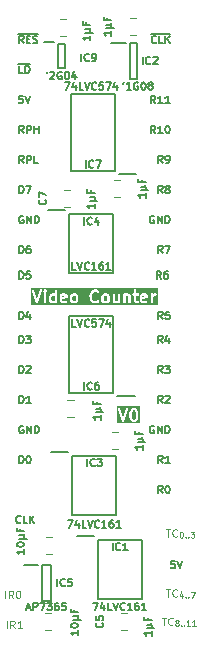
<source format=gto>
%TF.GenerationSoftware,KiCad,Pcbnew,8.0.7*%
%TF.CreationDate,2025-01-06T19:31:09+02:00*%
%TF.ProjectId,Video Counter 12bit,56696465-6f20-4436-9f75-6e7465722031,rev?*%
%TF.SameCoordinates,Original*%
%TF.FileFunction,Legend,Top*%
%TF.FilePolarity,Positive*%
%FSLAX46Y46*%
G04 Gerber Fmt 4.6, Leading zero omitted, Abs format (unit mm)*
G04 Created by KiCad (PCBNEW 8.0.7) date 2025-01-06 19:31:09*
%MOMM*%
%LPD*%
G01*
G04 APERTURE LIST*
%ADD10C,0.100000*%
%ADD11C,0.150000*%
%ADD12C,0.200000*%
%ADD13C,0.120000*%
G04 APERTURE END LIST*
D10*
X13680447Y-41436563D02*
X14043304Y-41436563D01*
X13861875Y-42071563D02*
X13861875Y-41436563D01*
X14617828Y-42011086D02*
X14587590Y-42041325D01*
X14587590Y-42041325D02*
X14496876Y-42071563D01*
X14496876Y-42071563D02*
X14436400Y-42071563D01*
X14436400Y-42071563D02*
X14345685Y-42041325D01*
X14345685Y-42041325D02*
X14285209Y-41980848D01*
X14285209Y-41980848D02*
X14254971Y-41920372D01*
X14254971Y-41920372D02*
X14224733Y-41799420D01*
X14224733Y-41799420D02*
X14224733Y-41708705D01*
X14224733Y-41708705D02*
X14254971Y-41587753D01*
X14254971Y-41587753D02*
X14285209Y-41527277D01*
X14285209Y-41527277D02*
X14345685Y-41466801D01*
X14345685Y-41466801D02*
X14436400Y-41436563D01*
X14436400Y-41436563D02*
X14496876Y-41436563D01*
X14496876Y-41436563D02*
X14587590Y-41466801D01*
X14587590Y-41466801D02*
X14617828Y-41497039D01*
X14956495Y-41633715D02*
X15004876Y-41633715D01*
X15004876Y-41633715D02*
X15053257Y-41657905D01*
X15053257Y-41657905D02*
X15077447Y-41682096D01*
X15077447Y-41682096D02*
X15101638Y-41730477D01*
X15101638Y-41730477D02*
X15125828Y-41827239D01*
X15125828Y-41827239D02*
X15125828Y-41948191D01*
X15125828Y-41948191D02*
X15101638Y-42044953D01*
X15101638Y-42044953D02*
X15077447Y-42093334D01*
X15077447Y-42093334D02*
X15053257Y-42117525D01*
X15053257Y-42117525D02*
X15004876Y-42141715D01*
X15004876Y-42141715D02*
X14956495Y-42141715D01*
X14956495Y-42141715D02*
X14908114Y-42117525D01*
X14908114Y-42117525D02*
X14883923Y-42093334D01*
X14883923Y-42093334D02*
X14859733Y-42044953D01*
X14859733Y-42044953D02*
X14835542Y-41948191D01*
X14835542Y-41948191D02*
X14835542Y-41827239D01*
X14835542Y-41827239D02*
X14859733Y-41730477D01*
X14859733Y-41730477D02*
X14883923Y-41682096D01*
X14883923Y-41682096D02*
X14908114Y-41657905D01*
X14908114Y-41657905D02*
X14956495Y-41633715D01*
X15343543Y-42093334D02*
X15367733Y-42117525D01*
X15367733Y-42117525D02*
X15343543Y-42141715D01*
X15343543Y-42141715D02*
X15319352Y-42117525D01*
X15319352Y-42117525D02*
X15343543Y-42093334D01*
X15343543Y-42093334D02*
X15343543Y-42141715D01*
X15585448Y-42093334D02*
X15609638Y-42117525D01*
X15609638Y-42117525D02*
X15585448Y-42141715D01*
X15585448Y-42141715D02*
X15561257Y-42117525D01*
X15561257Y-42117525D02*
X15585448Y-42093334D01*
X15585448Y-42093334D02*
X15585448Y-42141715D01*
X15778972Y-41633715D02*
X16093448Y-41633715D01*
X16093448Y-41633715D02*
X15924115Y-41827239D01*
X15924115Y-41827239D02*
X15996686Y-41827239D01*
X15996686Y-41827239D02*
X16045067Y-41851429D01*
X16045067Y-41851429D02*
X16069258Y-41875620D01*
X16069258Y-41875620D02*
X16093448Y-41924001D01*
X16093448Y-41924001D02*
X16093448Y-42044953D01*
X16093448Y-42044953D02*
X16069258Y-42093334D01*
X16069258Y-42093334D02*
X16045067Y-42117525D01*
X16045067Y-42117525D02*
X15996686Y-42141715D01*
X15996686Y-42141715D02*
X15851543Y-42141715D01*
X15851543Y-42141715D02*
X15803162Y-42117525D01*
X15803162Y-42117525D02*
X15778972Y-42093334D01*
D11*
X12794839Y-7905963D02*
X12583172Y-7603582D01*
X12431982Y-7905963D02*
X12431982Y-7270963D01*
X12431982Y-7270963D02*
X12673887Y-7270963D01*
X12673887Y-7270963D02*
X12734363Y-7301201D01*
X12734363Y-7301201D02*
X12764601Y-7331439D01*
X12764601Y-7331439D02*
X12794839Y-7391915D01*
X12794839Y-7391915D02*
X12794839Y-7482629D01*
X12794839Y-7482629D02*
X12764601Y-7543105D01*
X12764601Y-7543105D02*
X12734363Y-7573344D01*
X12734363Y-7573344D02*
X12673887Y-7603582D01*
X12673887Y-7603582D02*
X12431982Y-7603582D01*
X13399601Y-7905963D02*
X13036744Y-7905963D01*
X13218172Y-7905963D02*
X13218172Y-7270963D01*
X13218172Y-7270963D02*
X13157696Y-7361677D01*
X13157696Y-7361677D02*
X13097220Y-7422153D01*
X13097220Y-7422153D02*
X13036744Y-7452391D01*
X13792696Y-7270963D02*
X13853173Y-7270963D01*
X13853173Y-7270963D02*
X13913649Y-7301201D01*
X13913649Y-7301201D02*
X13943887Y-7331439D01*
X13943887Y-7331439D02*
X13974125Y-7391915D01*
X13974125Y-7391915D02*
X14004363Y-7512867D01*
X14004363Y-7512867D02*
X14004363Y-7664058D01*
X14004363Y-7664058D02*
X13974125Y-7785010D01*
X13974125Y-7785010D02*
X13943887Y-7845486D01*
X13943887Y-7845486D02*
X13913649Y-7875725D01*
X13913649Y-7875725D02*
X13853173Y-7905963D01*
X13853173Y-7905963D02*
X13792696Y-7905963D01*
X13792696Y-7905963D02*
X13732220Y-7875725D01*
X13732220Y-7875725D02*
X13701982Y-7845486D01*
X13701982Y-7845486D02*
X13671744Y-7785010D01*
X13671744Y-7785010D02*
X13641506Y-7664058D01*
X13641506Y-7664058D02*
X13641506Y-7512867D01*
X13641506Y-7512867D02*
X13671744Y-7391915D01*
X13671744Y-7391915D02*
X13701982Y-7331439D01*
X13701982Y-7331439D02*
X13732220Y-7301201D01*
X13732220Y-7301201D02*
X13792696Y-7270963D01*
X12794839Y-5365963D02*
X12583172Y-5063582D01*
X12431982Y-5365963D02*
X12431982Y-4730963D01*
X12431982Y-4730963D02*
X12673887Y-4730963D01*
X12673887Y-4730963D02*
X12734363Y-4761201D01*
X12734363Y-4761201D02*
X12764601Y-4791439D01*
X12764601Y-4791439D02*
X12794839Y-4851915D01*
X12794839Y-4851915D02*
X12794839Y-4942629D01*
X12794839Y-4942629D02*
X12764601Y-5003105D01*
X12764601Y-5003105D02*
X12734363Y-5033344D01*
X12734363Y-5033344D02*
X12673887Y-5063582D01*
X12673887Y-5063582D02*
X12431982Y-5063582D01*
X13399601Y-5365963D02*
X13036744Y-5365963D01*
X13218172Y-5365963D02*
X13218172Y-4730963D01*
X13218172Y-4730963D02*
X13157696Y-4821677D01*
X13157696Y-4821677D02*
X13097220Y-4882153D01*
X13097220Y-4882153D02*
X13036744Y-4912391D01*
X14004363Y-5365963D02*
X13641506Y-5365963D01*
X13822934Y-5365963D02*
X13822934Y-4730963D01*
X13822934Y-4730963D02*
X13762458Y-4821677D01*
X13762458Y-4821677D02*
X13701982Y-4882153D01*
X13701982Y-4882153D02*
X13641506Y-4912391D01*
X14445839Y-44100963D02*
X14143458Y-44100963D01*
X14143458Y-44100963D02*
X14113220Y-44403344D01*
X14113220Y-44403344D02*
X14143458Y-44373105D01*
X14143458Y-44373105D02*
X14203934Y-44342867D01*
X14203934Y-44342867D02*
X14355125Y-44342867D01*
X14355125Y-44342867D02*
X14415601Y-44373105D01*
X14415601Y-44373105D02*
X14445839Y-44403344D01*
X14445839Y-44403344D02*
X14476077Y-44463820D01*
X14476077Y-44463820D02*
X14476077Y-44615010D01*
X14476077Y-44615010D02*
X14445839Y-44675486D01*
X14445839Y-44675486D02*
X14415601Y-44705725D01*
X14415601Y-44705725D02*
X14355125Y-44735963D01*
X14355125Y-44735963D02*
X14203934Y-44735963D01*
X14203934Y-44735963D02*
X14143458Y-44705725D01*
X14143458Y-44705725D02*
X14113220Y-44675486D01*
X14657506Y-44100963D02*
X14869172Y-44735963D01*
X14869172Y-44735963D02*
X15080839Y-44100963D01*
X1265874Y-20224963D02*
X1265874Y-19589963D01*
X1265874Y-19589963D02*
X1417064Y-19589963D01*
X1417064Y-19589963D02*
X1507779Y-19620201D01*
X1507779Y-19620201D02*
X1568255Y-19680677D01*
X1568255Y-19680677D02*
X1598493Y-19741153D01*
X1598493Y-19741153D02*
X1628731Y-19862105D01*
X1628731Y-19862105D02*
X1628731Y-19952820D01*
X1628731Y-19952820D02*
X1598493Y-20073772D01*
X1598493Y-20073772D02*
X1568255Y-20134248D01*
X1568255Y-20134248D02*
X1507779Y-20194725D01*
X1507779Y-20194725D02*
X1417064Y-20224963D01*
X1417064Y-20224963D02*
X1265874Y-20224963D01*
X2203255Y-19589963D02*
X1900874Y-19589963D01*
X1900874Y-19589963D02*
X1870636Y-19892344D01*
X1870636Y-19892344D02*
X1900874Y-19862105D01*
X1900874Y-19862105D02*
X1961350Y-19831867D01*
X1961350Y-19831867D02*
X2112541Y-19831867D01*
X2112541Y-19831867D02*
X2173017Y-19862105D01*
X2173017Y-19862105D02*
X2203255Y-19892344D01*
X2203255Y-19892344D02*
X2233493Y-19952820D01*
X2233493Y-19952820D02*
X2233493Y-20104010D01*
X2233493Y-20104010D02*
X2203255Y-20164486D01*
X2203255Y-20164486D02*
X2173017Y-20194725D01*
X2173017Y-20194725D02*
X2112541Y-20224963D01*
X2112541Y-20224963D02*
X1961350Y-20224963D01*
X1961350Y-20224963D02*
X1900874Y-20194725D01*
X1900874Y-20194725D02*
X1870636Y-20164486D01*
D10*
X13680447Y-46516563D02*
X14043304Y-46516563D01*
X13861875Y-47151563D02*
X13861875Y-46516563D01*
X14617828Y-47091086D02*
X14587590Y-47121325D01*
X14587590Y-47121325D02*
X14496876Y-47151563D01*
X14496876Y-47151563D02*
X14436400Y-47151563D01*
X14436400Y-47151563D02*
X14345685Y-47121325D01*
X14345685Y-47121325D02*
X14285209Y-47060848D01*
X14285209Y-47060848D02*
X14254971Y-47000372D01*
X14254971Y-47000372D02*
X14224733Y-46879420D01*
X14224733Y-46879420D02*
X14224733Y-46788705D01*
X14224733Y-46788705D02*
X14254971Y-46667753D01*
X14254971Y-46667753D02*
X14285209Y-46607277D01*
X14285209Y-46607277D02*
X14345685Y-46546801D01*
X14345685Y-46546801D02*
X14436400Y-46516563D01*
X14436400Y-46516563D02*
X14496876Y-46516563D01*
X14496876Y-46516563D02*
X14587590Y-46546801D01*
X14587590Y-46546801D02*
X14617828Y-46577039D01*
X15077447Y-46883048D02*
X15077447Y-47221715D01*
X14956495Y-46689525D02*
X14835542Y-47052382D01*
X14835542Y-47052382D02*
X15150019Y-47052382D01*
X15343543Y-47173334D02*
X15367733Y-47197525D01*
X15367733Y-47197525D02*
X15343543Y-47221715D01*
X15343543Y-47221715D02*
X15319352Y-47197525D01*
X15319352Y-47197525D02*
X15343543Y-47173334D01*
X15343543Y-47173334D02*
X15343543Y-47221715D01*
X15585448Y-47173334D02*
X15609638Y-47197525D01*
X15609638Y-47197525D02*
X15585448Y-47221715D01*
X15585448Y-47221715D02*
X15561257Y-47197525D01*
X15561257Y-47197525D02*
X15585448Y-47173334D01*
X15585448Y-47173334D02*
X15585448Y-47221715D01*
X15778972Y-46713715D02*
X16117639Y-46713715D01*
X16117639Y-46713715D02*
X15899924Y-47221715D01*
D11*
X12855315Y-225486D02*
X12825077Y-255725D01*
X12825077Y-255725D02*
X12734363Y-285963D01*
X12734363Y-285963D02*
X12673887Y-285963D01*
X12673887Y-285963D02*
X12583172Y-255725D01*
X12583172Y-255725D02*
X12522696Y-195248D01*
X12522696Y-195248D02*
X12492458Y-134772D01*
X12492458Y-134772D02*
X12462220Y-13820D01*
X12462220Y-13820D02*
X12462220Y76894D01*
X12462220Y76894D02*
X12492458Y197846D01*
X12492458Y197846D02*
X12522696Y258322D01*
X12522696Y258322D02*
X12583172Y318798D01*
X12583172Y318798D02*
X12673887Y349036D01*
X12673887Y349036D02*
X12734363Y349036D01*
X12734363Y349036D02*
X12825077Y318798D01*
X12825077Y318798D02*
X12855315Y288560D01*
X13429839Y-285963D02*
X13127458Y-285963D01*
X13127458Y-285963D02*
X13127458Y349036D01*
X13641506Y-285963D02*
X13641506Y349036D01*
X14004363Y-285963D02*
X13732220Y76894D01*
X14004363Y349036D02*
X13641506Y-13820D01*
X12404768Y525325D02*
X14061816Y525325D01*
D10*
X216979Y-49818563D02*
X216979Y-49183563D01*
X882217Y-49818563D02*
X670550Y-49516182D01*
X519360Y-49818563D02*
X519360Y-49183563D01*
X519360Y-49183563D02*
X761265Y-49183563D01*
X761265Y-49183563D02*
X821741Y-49213801D01*
X821741Y-49213801D02*
X851979Y-49244039D01*
X851979Y-49244039D02*
X882217Y-49304515D01*
X882217Y-49304515D02*
X882217Y-49395229D01*
X882217Y-49395229D02*
X851979Y-49455705D01*
X851979Y-49455705D02*
X821741Y-49485944D01*
X821741Y-49485944D02*
X761265Y-49516182D01*
X761265Y-49516182D02*
X519360Y-49516182D01*
X1486979Y-49818563D02*
X1124122Y-49818563D01*
X1305550Y-49818563D02*
X1305550Y-49183563D01*
X1305550Y-49183563D02*
X1245074Y-49274277D01*
X1245074Y-49274277D02*
X1184598Y-49334753D01*
X1184598Y-49334753D02*
X1124122Y-49364991D01*
D12*
G36*
X11053192Y-31382024D02*
G01*
X11077861Y-31406692D01*
X11113314Y-31477599D01*
X11155285Y-31645480D01*
X11155285Y-31858956D01*
X11113314Y-32026837D01*
X11077861Y-32097743D01*
X11053192Y-32122413D01*
X10993583Y-32152219D01*
X10945559Y-32152219D01*
X10885949Y-32122414D01*
X10861282Y-32097746D01*
X10825827Y-32026837D01*
X10783857Y-31858956D01*
X10783857Y-31645481D01*
X10825827Y-31477599D01*
X10861281Y-31406692D01*
X10885949Y-31382023D01*
X10945559Y-31352219D01*
X10993583Y-31352219D01*
X11053192Y-31382024D01*
G37*
G36*
X11466396Y-32463330D02*
G01*
X9521150Y-32463330D01*
X9521150Y-31264726D01*
X9632261Y-31264726D01*
X9636608Y-31283842D01*
X9969941Y-32283841D01*
X9977932Y-32301742D01*
X9982615Y-32307141D01*
X9985810Y-32313531D01*
X9995281Y-32321746D01*
X10003497Y-32331218D01*
X10009885Y-32334412D01*
X10015286Y-32339096D01*
X10027187Y-32343063D01*
X10038396Y-32348667D01*
X10045520Y-32349173D01*
X10052302Y-32351434D01*
X10064811Y-32350544D01*
X10077316Y-32351434D01*
X10084094Y-32349174D01*
X10091222Y-32348668D01*
X10102438Y-32343059D01*
X10114332Y-32339095D01*
X10119729Y-32334414D01*
X10126121Y-32331218D01*
X10134339Y-32321742D01*
X10143808Y-32313530D01*
X10147001Y-32307143D01*
X10151686Y-32301742D01*
X10159677Y-32283842D01*
X10376567Y-31633171D01*
X10583857Y-31633171D01*
X10583857Y-31871266D01*
X10584192Y-31874668D01*
X10583975Y-31876127D01*
X10585054Y-31883424D01*
X10585778Y-31890775D01*
X10586342Y-31892138D01*
X10586843Y-31895520D01*
X10634462Y-32085995D01*
X10634975Y-32087432D01*
X10635027Y-32088155D01*
X10638135Y-32096279D01*
X10641057Y-32104456D01*
X10641487Y-32105036D01*
X10642033Y-32106463D01*
X10689652Y-32201701D01*
X10694935Y-32210093D01*
X10695947Y-32212537D01*
X10698203Y-32215286D01*
X10700095Y-32218291D01*
X10702089Y-32220020D01*
X10708384Y-32227690D01*
X10756002Y-32275310D01*
X10763670Y-32281603D01*
X10765402Y-32283600D01*
X10768410Y-32285493D01*
X10771156Y-32287747D01*
X10773596Y-32288757D01*
X10781993Y-32294043D01*
X10877230Y-32341662D01*
X10895539Y-32348668D01*
X10899122Y-32348922D01*
X10902443Y-32350298D01*
X10921952Y-32352219D01*
X11017190Y-32352219D01*
X11036699Y-32350298D01*
X11040019Y-32348922D01*
X11043603Y-32348668D01*
X11061911Y-32341662D01*
X11157149Y-32294043D01*
X11165544Y-32288758D01*
X11167986Y-32287747D01*
X11170733Y-32285491D01*
X11173739Y-32283600D01*
X11175469Y-32281605D01*
X11183139Y-32275310D01*
X11230758Y-32227690D01*
X11237050Y-32220023D01*
X11239047Y-32218292D01*
X11240940Y-32215284D01*
X11243195Y-32212537D01*
X11244206Y-32210095D01*
X11249490Y-32201701D01*
X11297109Y-32106464D01*
X11297655Y-32105035D01*
X11298085Y-32104456D01*
X11301006Y-32096279D01*
X11304115Y-32088155D01*
X11304166Y-32087434D01*
X11304680Y-32085996D01*
X11352299Y-31895520D01*
X11352799Y-31892138D01*
X11353364Y-31890775D01*
X11354087Y-31883424D01*
X11355167Y-31876127D01*
X11354949Y-31874668D01*
X11355285Y-31871266D01*
X11355285Y-31633171D01*
X11354949Y-31629768D01*
X11355167Y-31628310D01*
X11354087Y-31621012D01*
X11353364Y-31613662D01*
X11352799Y-31612298D01*
X11352299Y-31608917D01*
X11304680Y-31418441D01*
X11304166Y-31417002D01*
X11304115Y-31416282D01*
X11301006Y-31408157D01*
X11298085Y-31399981D01*
X11297655Y-31399401D01*
X11297109Y-31397973D01*
X11249490Y-31302736D01*
X11244204Y-31294339D01*
X11243194Y-31291899D01*
X11240940Y-31289153D01*
X11239047Y-31286145D01*
X11237049Y-31284412D01*
X11230757Y-31276746D01*
X11183139Y-31229127D01*
X11175468Y-31222832D01*
X11173739Y-31220838D01*
X11170731Y-31218944D01*
X11167985Y-31216691D01*
X11165545Y-31215680D01*
X11157149Y-31210395D01*
X11061911Y-31162776D01*
X11043603Y-31155770D01*
X11040019Y-31155515D01*
X11036699Y-31154140D01*
X11017190Y-31152219D01*
X10921952Y-31152219D01*
X10902443Y-31154140D01*
X10899122Y-31155515D01*
X10895539Y-31155770D01*
X10877230Y-31162776D01*
X10781993Y-31210395D01*
X10773596Y-31215680D01*
X10771156Y-31216691D01*
X10768410Y-31218944D01*
X10765402Y-31220838D01*
X10763669Y-31222835D01*
X10756003Y-31229128D01*
X10708384Y-31276746D01*
X10702089Y-31284416D01*
X10700095Y-31286146D01*
X10698201Y-31289153D01*
X10695948Y-31291900D01*
X10694937Y-31294339D01*
X10689652Y-31302736D01*
X10642033Y-31397974D01*
X10641487Y-31399400D01*
X10641057Y-31399981D01*
X10638135Y-31408157D01*
X10635027Y-31416282D01*
X10634975Y-31417004D01*
X10634462Y-31418442D01*
X10586843Y-31608917D01*
X10586342Y-31612298D01*
X10585778Y-31613662D01*
X10585054Y-31621012D01*
X10583975Y-31628310D01*
X10584192Y-31629768D01*
X10583857Y-31633171D01*
X10376567Y-31633171D01*
X10493010Y-31283842D01*
X10497357Y-31264727D01*
X10494591Y-31225807D01*
X10477141Y-31190908D01*
X10447665Y-31165343D01*
X10410649Y-31153004D01*
X10371729Y-31155771D01*
X10336830Y-31173220D01*
X10311265Y-31202696D01*
X10303274Y-31220597D01*
X10064809Y-31935991D01*
X9826344Y-31220596D01*
X9818353Y-31202696D01*
X9792788Y-31173220D01*
X9757889Y-31155770D01*
X9718969Y-31153004D01*
X9681953Y-31165342D01*
X9652477Y-31190907D01*
X9635027Y-31225806D01*
X9632261Y-31264726D01*
X9521150Y-31264726D01*
X9521150Y-31041108D01*
X11466396Y-31041108D01*
X11466396Y-32463330D01*
G37*
D11*
X12673887Y-14921201D02*
X12613411Y-14890963D01*
X12613411Y-14890963D02*
X12522697Y-14890963D01*
X12522697Y-14890963D02*
X12431982Y-14921201D01*
X12431982Y-14921201D02*
X12371506Y-14981677D01*
X12371506Y-14981677D02*
X12341268Y-15042153D01*
X12341268Y-15042153D02*
X12311030Y-15163105D01*
X12311030Y-15163105D02*
X12311030Y-15253820D01*
X12311030Y-15253820D02*
X12341268Y-15374772D01*
X12341268Y-15374772D02*
X12371506Y-15435248D01*
X12371506Y-15435248D02*
X12431982Y-15495725D01*
X12431982Y-15495725D02*
X12522697Y-15525963D01*
X12522697Y-15525963D02*
X12583173Y-15525963D01*
X12583173Y-15525963D02*
X12673887Y-15495725D01*
X12673887Y-15495725D02*
X12704125Y-15465486D01*
X12704125Y-15465486D02*
X12704125Y-15253820D01*
X12704125Y-15253820D02*
X12583173Y-15253820D01*
X12976268Y-15525963D02*
X12976268Y-14890963D01*
X12976268Y-14890963D02*
X13339125Y-15525963D01*
X13339125Y-15525963D02*
X13339125Y-14890963D01*
X13641506Y-15525963D02*
X13641506Y-14890963D01*
X13641506Y-14890963D02*
X13792696Y-14890963D01*
X13792696Y-14890963D02*
X13883411Y-14921201D01*
X13883411Y-14921201D02*
X13943887Y-14981677D01*
X13943887Y-14981677D02*
X13974125Y-15042153D01*
X13974125Y-15042153D02*
X14004363Y-15163105D01*
X14004363Y-15163105D02*
X14004363Y-15253820D01*
X14004363Y-15253820D02*
X13974125Y-15374772D01*
X13974125Y-15374772D02*
X13943887Y-15435248D01*
X13943887Y-15435248D02*
X13883411Y-15495725D01*
X13883411Y-15495725D02*
X13792696Y-15525963D01*
X13792696Y-15525963D02*
X13641506Y-15525963D01*
X1598493Y-32701201D02*
X1538017Y-32670963D01*
X1538017Y-32670963D02*
X1447303Y-32670963D01*
X1447303Y-32670963D02*
X1356588Y-32701201D01*
X1356588Y-32701201D02*
X1296112Y-32761677D01*
X1296112Y-32761677D02*
X1265874Y-32822153D01*
X1265874Y-32822153D02*
X1235636Y-32943105D01*
X1235636Y-32943105D02*
X1235636Y-33033820D01*
X1235636Y-33033820D02*
X1265874Y-33154772D01*
X1265874Y-33154772D02*
X1296112Y-33215248D01*
X1296112Y-33215248D02*
X1356588Y-33275725D01*
X1356588Y-33275725D02*
X1447303Y-33305963D01*
X1447303Y-33305963D02*
X1507779Y-33305963D01*
X1507779Y-33305963D02*
X1598493Y-33275725D01*
X1598493Y-33275725D02*
X1628731Y-33245486D01*
X1628731Y-33245486D02*
X1628731Y-33033820D01*
X1628731Y-33033820D02*
X1507779Y-33033820D01*
X1900874Y-33305963D02*
X1900874Y-32670963D01*
X1900874Y-32670963D02*
X2263731Y-33305963D01*
X2263731Y-33305963D02*
X2263731Y-32670963D01*
X2566112Y-33305963D02*
X2566112Y-32670963D01*
X2566112Y-32670963D02*
X2717302Y-32670963D01*
X2717302Y-32670963D02*
X2808017Y-32701201D01*
X2808017Y-32701201D02*
X2868493Y-32761677D01*
X2868493Y-32761677D02*
X2898731Y-32822153D01*
X2898731Y-32822153D02*
X2928969Y-32943105D01*
X2928969Y-32943105D02*
X2928969Y-33033820D01*
X2928969Y-33033820D02*
X2898731Y-33154772D01*
X2898731Y-33154772D02*
X2868493Y-33215248D01*
X2868493Y-33215248D02*
X2808017Y-33275725D01*
X2808017Y-33275725D02*
X2717302Y-33305963D01*
X2717302Y-33305963D02*
X2566112Y-33305963D01*
X13399601Y-38385963D02*
X13187934Y-38083582D01*
X13036744Y-38385963D02*
X13036744Y-37750963D01*
X13036744Y-37750963D02*
X13278649Y-37750963D01*
X13278649Y-37750963D02*
X13339125Y-37781201D01*
X13339125Y-37781201D02*
X13369363Y-37811439D01*
X13369363Y-37811439D02*
X13399601Y-37871915D01*
X13399601Y-37871915D02*
X13399601Y-37962629D01*
X13399601Y-37962629D02*
X13369363Y-38023105D01*
X13369363Y-38023105D02*
X13339125Y-38053344D01*
X13339125Y-38053344D02*
X13278649Y-38083582D01*
X13278649Y-38083582D02*
X13036744Y-38083582D01*
X13792696Y-37750963D02*
X13853173Y-37750963D01*
X13853173Y-37750963D02*
X13913649Y-37781201D01*
X13913649Y-37781201D02*
X13943887Y-37811439D01*
X13943887Y-37811439D02*
X13974125Y-37871915D01*
X13974125Y-37871915D02*
X14004363Y-37992867D01*
X14004363Y-37992867D02*
X14004363Y-38144058D01*
X14004363Y-38144058D02*
X13974125Y-38265010D01*
X13974125Y-38265010D02*
X13943887Y-38325486D01*
X13943887Y-38325486D02*
X13913649Y-38355725D01*
X13913649Y-38355725D02*
X13853173Y-38385963D01*
X13853173Y-38385963D02*
X13792696Y-38385963D01*
X13792696Y-38385963D02*
X13732220Y-38355725D01*
X13732220Y-38355725D02*
X13701982Y-38325486D01*
X13701982Y-38325486D02*
X13671744Y-38265010D01*
X13671744Y-38265010D02*
X13641506Y-38144058D01*
X13641506Y-38144058D02*
X13641506Y-37992867D01*
X13641506Y-37992867D02*
X13671744Y-37871915D01*
X13671744Y-37871915D02*
X13701982Y-37811439D01*
X13701982Y-37811439D02*
X13732220Y-37781201D01*
X13732220Y-37781201D02*
X13792696Y-37750963D01*
X1374731Y-40865486D02*
X1344493Y-40895725D01*
X1344493Y-40895725D02*
X1253779Y-40925963D01*
X1253779Y-40925963D02*
X1193303Y-40925963D01*
X1193303Y-40925963D02*
X1102588Y-40895725D01*
X1102588Y-40895725D02*
X1042112Y-40835248D01*
X1042112Y-40835248D02*
X1011874Y-40774772D01*
X1011874Y-40774772D02*
X981636Y-40653820D01*
X981636Y-40653820D02*
X981636Y-40563105D01*
X981636Y-40563105D02*
X1011874Y-40442153D01*
X1011874Y-40442153D02*
X1042112Y-40381677D01*
X1042112Y-40381677D02*
X1102588Y-40321201D01*
X1102588Y-40321201D02*
X1193303Y-40290963D01*
X1193303Y-40290963D02*
X1253779Y-40290963D01*
X1253779Y-40290963D02*
X1344493Y-40321201D01*
X1344493Y-40321201D02*
X1374731Y-40351439D01*
X1949255Y-40925963D02*
X1646874Y-40925963D01*
X1646874Y-40925963D02*
X1646874Y-40290963D01*
X2160922Y-40925963D02*
X2160922Y-40290963D01*
X2523779Y-40925963D02*
X2251636Y-40563105D01*
X2523779Y-40290963D02*
X2160922Y-40653820D01*
X1265874Y-35845963D02*
X1265874Y-35210963D01*
X1265874Y-35210963D02*
X1417064Y-35210963D01*
X1417064Y-35210963D02*
X1507779Y-35241201D01*
X1507779Y-35241201D02*
X1568255Y-35301677D01*
X1568255Y-35301677D02*
X1598493Y-35362153D01*
X1598493Y-35362153D02*
X1628731Y-35483105D01*
X1628731Y-35483105D02*
X1628731Y-35573820D01*
X1628731Y-35573820D02*
X1598493Y-35694772D01*
X1598493Y-35694772D02*
X1568255Y-35755248D01*
X1568255Y-35755248D02*
X1507779Y-35815725D01*
X1507779Y-35815725D02*
X1417064Y-35845963D01*
X1417064Y-35845963D02*
X1265874Y-35845963D01*
X2021826Y-35210963D02*
X2082303Y-35210963D01*
X2082303Y-35210963D02*
X2142779Y-35241201D01*
X2142779Y-35241201D02*
X2173017Y-35271439D01*
X2173017Y-35271439D02*
X2203255Y-35331915D01*
X2203255Y-35331915D02*
X2233493Y-35452867D01*
X2233493Y-35452867D02*
X2233493Y-35604058D01*
X2233493Y-35604058D02*
X2203255Y-35725010D01*
X2203255Y-35725010D02*
X2173017Y-35785486D01*
X2173017Y-35785486D02*
X2142779Y-35815725D01*
X2142779Y-35815725D02*
X2082303Y-35845963D01*
X2082303Y-35845963D02*
X2021826Y-35845963D01*
X2021826Y-35845963D02*
X1961350Y-35815725D01*
X1961350Y-35815725D02*
X1931112Y-35785486D01*
X1931112Y-35785486D02*
X1900874Y-35725010D01*
X1900874Y-35725010D02*
X1870636Y-35604058D01*
X1870636Y-35604058D02*
X1870636Y-35452867D01*
X1870636Y-35452867D02*
X1900874Y-35331915D01*
X1900874Y-35331915D02*
X1931112Y-35271439D01*
X1931112Y-35271439D02*
X1961350Y-35241201D01*
X1961350Y-35241201D02*
X2021826Y-35210963D01*
X1265874Y-23653963D02*
X1265874Y-23018963D01*
X1265874Y-23018963D02*
X1417064Y-23018963D01*
X1417064Y-23018963D02*
X1507779Y-23049201D01*
X1507779Y-23049201D02*
X1568255Y-23109677D01*
X1568255Y-23109677D02*
X1598493Y-23170153D01*
X1598493Y-23170153D02*
X1628731Y-23291105D01*
X1628731Y-23291105D02*
X1628731Y-23381820D01*
X1628731Y-23381820D02*
X1598493Y-23502772D01*
X1598493Y-23502772D02*
X1568255Y-23563248D01*
X1568255Y-23563248D02*
X1507779Y-23623725D01*
X1507779Y-23623725D02*
X1417064Y-23653963D01*
X1417064Y-23653963D02*
X1265874Y-23653963D01*
X2173017Y-23230629D02*
X2173017Y-23653963D01*
X2021826Y-22988725D02*
X1870636Y-23442296D01*
X1870636Y-23442296D02*
X2263731Y-23442296D01*
X1265874Y-18065963D02*
X1265874Y-17430963D01*
X1265874Y-17430963D02*
X1417064Y-17430963D01*
X1417064Y-17430963D02*
X1507779Y-17461201D01*
X1507779Y-17461201D02*
X1568255Y-17521677D01*
X1568255Y-17521677D02*
X1598493Y-17582153D01*
X1598493Y-17582153D02*
X1628731Y-17703105D01*
X1628731Y-17703105D02*
X1628731Y-17793820D01*
X1628731Y-17793820D02*
X1598493Y-17914772D01*
X1598493Y-17914772D02*
X1568255Y-17975248D01*
X1568255Y-17975248D02*
X1507779Y-18035725D01*
X1507779Y-18035725D02*
X1417064Y-18065963D01*
X1417064Y-18065963D02*
X1265874Y-18065963D01*
X2173017Y-17430963D02*
X2052064Y-17430963D01*
X2052064Y-17430963D02*
X1991588Y-17461201D01*
X1991588Y-17461201D02*
X1961350Y-17491439D01*
X1961350Y-17491439D02*
X1900874Y-17582153D01*
X1900874Y-17582153D02*
X1870636Y-17703105D01*
X1870636Y-17703105D02*
X1870636Y-17945010D01*
X1870636Y-17945010D02*
X1900874Y-18005486D01*
X1900874Y-18005486D02*
X1931112Y-18035725D01*
X1931112Y-18035725D02*
X1991588Y-18065963D01*
X1991588Y-18065963D02*
X2112541Y-18065963D01*
X2112541Y-18065963D02*
X2173017Y-18035725D01*
X2173017Y-18035725D02*
X2203255Y-18005486D01*
X2203255Y-18005486D02*
X2233493Y-17945010D01*
X2233493Y-17945010D02*
X2233493Y-17793820D01*
X2233493Y-17793820D02*
X2203255Y-17733344D01*
X2203255Y-17733344D02*
X2173017Y-17703105D01*
X2173017Y-17703105D02*
X2112541Y-17672867D01*
X2112541Y-17672867D02*
X1991588Y-17672867D01*
X1991588Y-17672867D02*
X1931112Y-17703105D01*
X1931112Y-17703105D02*
X1900874Y-17733344D01*
X1900874Y-17733344D02*
X1870636Y-17793820D01*
X1628731Y-285963D02*
X1417064Y16417D01*
X1265874Y-285963D02*
X1265874Y349036D01*
X1265874Y349036D02*
X1507779Y349036D01*
X1507779Y349036D02*
X1568255Y318798D01*
X1568255Y318798D02*
X1598493Y288560D01*
X1598493Y288560D02*
X1628731Y228084D01*
X1628731Y228084D02*
X1628731Y137370D01*
X1628731Y137370D02*
X1598493Y76894D01*
X1598493Y76894D02*
X1568255Y46655D01*
X1568255Y46655D02*
X1507779Y16417D01*
X1507779Y16417D02*
X1265874Y16417D01*
X1900874Y46655D02*
X2112541Y46655D01*
X2203255Y-285963D02*
X1900874Y-285963D01*
X1900874Y-285963D02*
X1900874Y349036D01*
X1900874Y349036D02*
X2203255Y349036D01*
X2445160Y-255725D02*
X2535874Y-285963D01*
X2535874Y-285963D02*
X2687065Y-285963D01*
X2687065Y-285963D02*
X2747541Y-255725D01*
X2747541Y-255725D02*
X2777779Y-225486D01*
X2777779Y-225486D02*
X2808017Y-165010D01*
X2808017Y-165010D02*
X2808017Y-104534D01*
X2808017Y-104534D02*
X2777779Y-44058D01*
X2777779Y-44058D02*
X2747541Y-13820D01*
X2747541Y-13820D02*
X2687065Y16417D01*
X2687065Y16417D02*
X2566112Y46655D01*
X2566112Y46655D02*
X2505636Y76894D01*
X2505636Y76894D02*
X2475398Y107132D01*
X2475398Y107132D02*
X2445160Y167608D01*
X2445160Y167608D02*
X2445160Y228084D01*
X2445160Y228084D02*
X2475398Y288560D01*
X2475398Y288560D02*
X2505636Y318798D01*
X2505636Y318798D02*
X2566112Y349036D01*
X2566112Y349036D02*
X2717303Y349036D01*
X2717303Y349036D02*
X2808017Y318798D01*
X1178184Y525325D02*
X2865470Y525325D01*
X1265874Y-12985963D02*
X1265874Y-12350963D01*
X1265874Y-12350963D02*
X1417064Y-12350963D01*
X1417064Y-12350963D02*
X1507779Y-12381201D01*
X1507779Y-12381201D02*
X1568255Y-12441677D01*
X1568255Y-12441677D02*
X1598493Y-12502153D01*
X1598493Y-12502153D02*
X1628731Y-12623105D01*
X1628731Y-12623105D02*
X1628731Y-12713820D01*
X1628731Y-12713820D02*
X1598493Y-12834772D01*
X1598493Y-12834772D02*
X1568255Y-12895248D01*
X1568255Y-12895248D02*
X1507779Y-12955725D01*
X1507779Y-12955725D02*
X1417064Y-12985963D01*
X1417064Y-12985963D02*
X1265874Y-12985963D01*
X1840398Y-12350963D02*
X2263731Y-12350963D01*
X2263731Y-12350963D02*
X1991588Y-12985963D01*
X13272601Y-20224963D02*
X13060934Y-19922582D01*
X12909744Y-20224963D02*
X12909744Y-19589963D01*
X12909744Y-19589963D02*
X13151649Y-19589963D01*
X13151649Y-19589963D02*
X13212125Y-19620201D01*
X13212125Y-19620201D02*
X13242363Y-19650439D01*
X13242363Y-19650439D02*
X13272601Y-19710915D01*
X13272601Y-19710915D02*
X13272601Y-19801629D01*
X13272601Y-19801629D02*
X13242363Y-19862105D01*
X13242363Y-19862105D02*
X13212125Y-19892344D01*
X13212125Y-19892344D02*
X13151649Y-19922582D01*
X13151649Y-19922582D02*
X12909744Y-19922582D01*
X13816887Y-19589963D02*
X13695934Y-19589963D01*
X13695934Y-19589963D02*
X13635458Y-19620201D01*
X13635458Y-19620201D02*
X13605220Y-19650439D01*
X13605220Y-19650439D02*
X13544744Y-19741153D01*
X13544744Y-19741153D02*
X13514506Y-19862105D01*
X13514506Y-19862105D02*
X13514506Y-20104010D01*
X13514506Y-20104010D02*
X13544744Y-20164486D01*
X13544744Y-20164486D02*
X13574982Y-20194725D01*
X13574982Y-20194725D02*
X13635458Y-20224963D01*
X13635458Y-20224963D02*
X13756411Y-20224963D01*
X13756411Y-20224963D02*
X13816887Y-20194725D01*
X13816887Y-20194725D02*
X13847125Y-20164486D01*
X13847125Y-20164486D02*
X13877363Y-20104010D01*
X13877363Y-20104010D02*
X13877363Y-19952820D01*
X13877363Y-19952820D02*
X13847125Y-19892344D01*
X13847125Y-19892344D02*
X13816887Y-19862105D01*
X13816887Y-19862105D02*
X13756411Y-19831867D01*
X13756411Y-19831867D02*
X13635458Y-19831867D01*
X13635458Y-19831867D02*
X13574982Y-19862105D01*
X13574982Y-19862105D02*
X13544744Y-19892344D01*
X13544744Y-19892344D02*
X13514506Y-19952820D01*
X1265874Y-30765963D02*
X1265874Y-30130963D01*
X1265874Y-30130963D02*
X1417064Y-30130963D01*
X1417064Y-30130963D02*
X1507779Y-30161201D01*
X1507779Y-30161201D02*
X1568255Y-30221677D01*
X1568255Y-30221677D02*
X1598493Y-30282153D01*
X1598493Y-30282153D02*
X1628731Y-30403105D01*
X1628731Y-30403105D02*
X1628731Y-30493820D01*
X1628731Y-30493820D02*
X1598493Y-30614772D01*
X1598493Y-30614772D02*
X1568255Y-30675248D01*
X1568255Y-30675248D02*
X1507779Y-30735725D01*
X1507779Y-30735725D02*
X1417064Y-30765963D01*
X1417064Y-30765963D02*
X1265874Y-30765963D01*
X2233493Y-30765963D02*
X1870636Y-30765963D01*
X2052064Y-30765963D02*
X2052064Y-30130963D01*
X2052064Y-30130963D02*
X1991588Y-30221677D01*
X1991588Y-30221677D02*
X1931112Y-30282153D01*
X1931112Y-30282153D02*
X1870636Y-30312391D01*
X1628731Y-7905963D02*
X1417064Y-7603582D01*
X1265874Y-7905963D02*
X1265874Y-7270963D01*
X1265874Y-7270963D02*
X1507779Y-7270963D01*
X1507779Y-7270963D02*
X1568255Y-7301201D01*
X1568255Y-7301201D02*
X1598493Y-7331439D01*
X1598493Y-7331439D02*
X1628731Y-7391915D01*
X1628731Y-7391915D02*
X1628731Y-7482629D01*
X1628731Y-7482629D02*
X1598493Y-7543105D01*
X1598493Y-7543105D02*
X1568255Y-7573344D01*
X1568255Y-7573344D02*
X1507779Y-7603582D01*
X1507779Y-7603582D02*
X1265874Y-7603582D01*
X1900874Y-7905963D02*
X1900874Y-7270963D01*
X1900874Y-7270963D02*
X2142779Y-7270963D01*
X2142779Y-7270963D02*
X2203255Y-7301201D01*
X2203255Y-7301201D02*
X2233493Y-7331439D01*
X2233493Y-7331439D02*
X2263731Y-7391915D01*
X2263731Y-7391915D02*
X2263731Y-7482629D01*
X2263731Y-7482629D02*
X2233493Y-7543105D01*
X2233493Y-7543105D02*
X2203255Y-7573344D01*
X2203255Y-7573344D02*
X2142779Y-7603582D01*
X2142779Y-7603582D02*
X1900874Y-7603582D01*
X2535874Y-7905963D02*
X2535874Y-7270963D01*
X2535874Y-7573344D02*
X2898731Y-7573344D01*
X2898731Y-7905963D02*
X2898731Y-7270963D01*
X13399601Y-23653963D02*
X13187934Y-23351582D01*
X13036744Y-23653963D02*
X13036744Y-23018963D01*
X13036744Y-23018963D02*
X13278649Y-23018963D01*
X13278649Y-23018963D02*
X13339125Y-23049201D01*
X13339125Y-23049201D02*
X13369363Y-23079439D01*
X13369363Y-23079439D02*
X13399601Y-23139915D01*
X13399601Y-23139915D02*
X13399601Y-23230629D01*
X13399601Y-23230629D02*
X13369363Y-23291105D01*
X13369363Y-23291105D02*
X13339125Y-23321344D01*
X13339125Y-23321344D02*
X13278649Y-23351582D01*
X13278649Y-23351582D02*
X13036744Y-23351582D01*
X13974125Y-23018963D02*
X13671744Y-23018963D01*
X13671744Y-23018963D02*
X13641506Y-23321344D01*
X13641506Y-23321344D02*
X13671744Y-23291105D01*
X13671744Y-23291105D02*
X13732220Y-23260867D01*
X13732220Y-23260867D02*
X13883411Y-23260867D01*
X13883411Y-23260867D02*
X13943887Y-23291105D01*
X13943887Y-23291105D02*
X13974125Y-23321344D01*
X13974125Y-23321344D02*
X14004363Y-23381820D01*
X14004363Y-23381820D02*
X14004363Y-23533010D01*
X14004363Y-23533010D02*
X13974125Y-23593486D01*
X13974125Y-23593486D02*
X13943887Y-23623725D01*
X13943887Y-23623725D02*
X13883411Y-23653963D01*
X13883411Y-23653963D02*
X13732220Y-23653963D01*
X13732220Y-23653963D02*
X13671744Y-23623725D01*
X13671744Y-23623725D02*
X13641506Y-23593486D01*
X1568255Y-2825963D02*
X1265874Y-2825963D01*
X1265874Y-2825963D02*
X1265874Y-2190963D01*
X1779922Y-2825963D02*
X1779922Y-2190963D01*
X1779922Y-2190963D02*
X1931112Y-2190963D01*
X1931112Y-2190963D02*
X2021827Y-2221201D01*
X2021827Y-2221201D02*
X2082303Y-2281677D01*
X2082303Y-2281677D02*
X2112541Y-2342153D01*
X2112541Y-2342153D02*
X2142779Y-2463105D01*
X2142779Y-2463105D02*
X2142779Y-2553820D01*
X2142779Y-2553820D02*
X2112541Y-2674772D01*
X2112541Y-2674772D02*
X2082303Y-2735248D01*
X2082303Y-2735248D02*
X2021827Y-2795725D01*
X2021827Y-2795725D02*
X1931112Y-2825963D01*
X1931112Y-2825963D02*
X1779922Y-2825963D01*
X1178184Y-2014675D02*
X2200232Y-2014675D01*
X13399601Y-28225963D02*
X13187934Y-27923582D01*
X13036744Y-28225963D02*
X13036744Y-27590963D01*
X13036744Y-27590963D02*
X13278649Y-27590963D01*
X13278649Y-27590963D02*
X13339125Y-27621201D01*
X13339125Y-27621201D02*
X13369363Y-27651439D01*
X13369363Y-27651439D02*
X13399601Y-27711915D01*
X13399601Y-27711915D02*
X13399601Y-27802629D01*
X13399601Y-27802629D02*
X13369363Y-27863105D01*
X13369363Y-27863105D02*
X13339125Y-27893344D01*
X13339125Y-27893344D02*
X13278649Y-27923582D01*
X13278649Y-27923582D02*
X13036744Y-27923582D01*
X13611268Y-27590963D02*
X14004363Y-27590963D01*
X14004363Y-27590963D02*
X13792696Y-27832867D01*
X13792696Y-27832867D02*
X13883411Y-27832867D01*
X13883411Y-27832867D02*
X13943887Y-27863105D01*
X13943887Y-27863105D02*
X13974125Y-27893344D01*
X13974125Y-27893344D02*
X14004363Y-27953820D01*
X14004363Y-27953820D02*
X14004363Y-28105010D01*
X14004363Y-28105010D02*
X13974125Y-28165486D01*
X13974125Y-28165486D02*
X13943887Y-28195725D01*
X13943887Y-28195725D02*
X13883411Y-28225963D01*
X13883411Y-28225963D02*
X13701982Y-28225963D01*
X13701982Y-28225963D02*
X13641506Y-28195725D01*
X13641506Y-28195725D02*
X13611268Y-28165486D01*
X13399601Y-10445963D02*
X13187934Y-10143582D01*
X13036744Y-10445963D02*
X13036744Y-9810963D01*
X13036744Y-9810963D02*
X13278649Y-9810963D01*
X13278649Y-9810963D02*
X13339125Y-9841201D01*
X13339125Y-9841201D02*
X13369363Y-9871439D01*
X13369363Y-9871439D02*
X13399601Y-9931915D01*
X13399601Y-9931915D02*
X13399601Y-10022629D01*
X13399601Y-10022629D02*
X13369363Y-10083105D01*
X13369363Y-10083105D02*
X13339125Y-10113344D01*
X13339125Y-10113344D02*
X13278649Y-10143582D01*
X13278649Y-10143582D02*
X13036744Y-10143582D01*
X13701982Y-10445963D02*
X13822934Y-10445963D01*
X13822934Y-10445963D02*
X13883411Y-10415725D01*
X13883411Y-10415725D02*
X13913649Y-10385486D01*
X13913649Y-10385486D02*
X13974125Y-10294772D01*
X13974125Y-10294772D02*
X14004363Y-10173820D01*
X14004363Y-10173820D02*
X14004363Y-9931915D01*
X14004363Y-9931915D02*
X13974125Y-9871439D01*
X13974125Y-9871439D02*
X13943887Y-9841201D01*
X13943887Y-9841201D02*
X13883411Y-9810963D01*
X13883411Y-9810963D02*
X13762458Y-9810963D01*
X13762458Y-9810963D02*
X13701982Y-9841201D01*
X13701982Y-9841201D02*
X13671744Y-9871439D01*
X13671744Y-9871439D02*
X13641506Y-9931915D01*
X13641506Y-9931915D02*
X13641506Y-10083105D01*
X13641506Y-10083105D02*
X13671744Y-10143582D01*
X13671744Y-10143582D02*
X13701982Y-10173820D01*
X13701982Y-10173820D02*
X13762458Y-10204058D01*
X13762458Y-10204058D02*
X13883411Y-10204058D01*
X13883411Y-10204058D02*
X13943887Y-10173820D01*
X13943887Y-10173820D02*
X13974125Y-10143582D01*
X13974125Y-10143582D02*
X14004363Y-10083105D01*
D10*
X13323637Y-48929563D02*
X13686494Y-48929563D01*
X13505065Y-49564563D02*
X13505065Y-48929563D01*
X14261018Y-49504086D02*
X14230780Y-49534325D01*
X14230780Y-49534325D02*
X14140066Y-49564563D01*
X14140066Y-49564563D02*
X14079590Y-49564563D01*
X14079590Y-49564563D02*
X13988875Y-49534325D01*
X13988875Y-49534325D02*
X13928399Y-49473848D01*
X13928399Y-49473848D02*
X13898161Y-49413372D01*
X13898161Y-49413372D02*
X13867923Y-49292420D01*
X13867923Y-49292420D02*
X13867923Y-49201705D01*
X13867923Y-49201705D02*
X13898161Y-49080753D01*
X13898161Y-49080753D02*
X13928399Y-49020277D01*
X13928399Y-49020277D02*
X13988875Y-48959801D01*
X13988875Y-48959801D02*
X14079590Y-48929563D01*
X14079590Y-48929563D02*
X14140066Y-48929563D01*
X14140066Y-48929563D02*
X14230780Y-48959801D01*
X14230780Y-48959801D02*
X14261018Y-48990039D01*
X14575494Y-49344429D02*
X14527113Y-49320239D01*
X14527113Y-49320239D02*
X14502923Y-49296048D01*
X14502923Y-49296048D02*
X14478732Y-49247667D01*
X14478732Y-49247667D02*
X14478732Y-49223477D01*
X14478732Y-49223477D02*
X14502923Y-49175096D01*
X14502923Y-49175096D02*
X14527113Y-49150905D01*
X14527113Y-49150905D02*
X14575494Y-49126715D01*
X14575494Y-49126715D02*
X14672256Y-49126715D01*
X14672256Y-49126715D02*
X14720637Y-49150905D01*
X14720637Y-49150905D02*
X14744828Y-49175096D01*
X14744828Y-49175096D02*
X14769018Y-49223477D01*
X14769018Y-49223477D02*
X14769018Y-49247667D01*
X14769018Y-49247667D02*
X14744828Y-49296048D01*
X14744828Y-49296048D02*
X14720637Y-49320239D01*
X14720637Y-49320239D02*
X14672256Y-49344429D01*
X14672256Y-49344429D02*
X14575494Y-49344429D01*
X14575494Y-49344429D02*
X14527113Y-49368620D01*
X14527113Y-49368620D02*
X14502923Y-49392810D01*
X14502923Y-49392810D02*
X14478732Y-49441191D01*
X14478732Y-49441191D02*
X14478732Y-49537953D01*
X14478732Y-49537953D02*
X14502923Y-49586334D01*
X14502923Y-49586334D02*
X14527113Y-49610525D01*
X14527113Y-49610525D02*
X14575494Y-49634715D01*
X14575494Y-49634715D02*
X14672256Y-49634715D01*
X14672256Y-49634715D02*
X14720637Y-49610525D01*
X14720637Y-49610525D02*
X14744828Y-49586334D01*
X14744828Y-49586334D02*
X14769018Y-49537953D01*
X14769018Y-49537953D02*
X14769018Y-49441191D01*
X14769018Y-49441191D02*
X14744828Y-49392810D01*
X14744828Y-49392810D02*
X14720637Y-49368620D01*
X14720637Y-49368620D02*
X14672256Y-49344429D01*
X14986733Y-49586334D02*
X15010923Y-49610525D01*
X15010923Y-49610525D02*
X14986733Y-49634715D01*
X14986733Y-49634715D02*
X14962542Y-49610525D01*
X14962542Y-49610525D02*
X14986733Y-49586334D01*
X14986733Y-49586334D02*
X14986733Y-49634715D01*
X15228638Y-49586334D02*
X15252828Y-49610525D01*
X15252828Y-49610525D02*
X15228638Y-49634715D01*
X15228638Y-49634715D02*
X15204447Y-49610525D01*
X15204447Y-49610525D02*
X15228638Y-49586334D01*
X15228638Y-49586334D02*
X15228638Y-49634715D01*
X15736638Y-49634715D02*
X15446352Y-49634715D01*
X15591495Y-49634715D02*
X15591495Y-49126715D01*
X15591495Y-49126715D02*
X15543114Y-49199286D01*
X15543114Y-49199286D02*
X15494733Y-49247667D01*
X15494733Y-49247667D02*
X15446352Y-49271858D01*
X16220448Y-49634715D02*
X15930162Y-49634715D01*
X16075305Y-49634715D02*
X16075305Y-49126715D01*
X16075305Y-49126715D02*
X16026924Y-49199286D01*
X16026924Y-49199286D02*
X15978543Y-49247667D01*
X15978543Y-49247667D02*
X15930162Y-49271858D01*
X89979Y-47278563D02*
X89979Y-46643563D01*
X755217Y-47278563D02*
X543550Y-46976182D01*
X392360Y-47278563D02*
X392360Y-46643563D01*
X392360Y-46643563D02*
X634265Y-46643563D01*
X634265Y-46643563D02*
X694741Y-46673801D01*
X694741Y-46673801D02*
X724979Y-46704039D01*
X724979Y-46704039D02*
X755217Y-46764515D01*
X755217Y-46764515D02*
X755217Y-46855229D01*
X755217Y-46855229D02*
X724979Y-46915705D01*
X724979Y-46915705D02*
X694741Y-46945944D01*
X694741Y-46945944D02*
X634265Y-46976182D01*
X634265Y-46976182D02*
X392360Y-46976182D01*
X1148312Y-46643563D02*
X1208789Y-46643563D01*
X1208789Y-46643563D02*
X1269265Y-46673801D01*
X1269265Y-46673801D02*
X1299503Y-46704039D01*
X1299503Y-46704039D02*
X1329741Y-46764515D01*
X1329741Y-46764515D02*
X1359979Y-46885467D01*
X1359979Y-46885467D02*
X1359979Y-47036658D01*
X1359979Y-47036658D02*
X1329741Y-47157610D01*
X1329741Y-47157610D02*
X1299503Y-47218086D01*
X1299503Y-47218086D02*
X1269265Y-47248325D01*
X1269265Y-47248325D02*
X1208789Y-47278563D01*
X1208789Y-47278563D02*
X1148312Y-47278563D01*
X1148312Y-47278563D02*
X1087836Y-47248325D01*
X1087836Y-47248325D02*
X1057598Y-47218086D01*
X1057598Y-47218086D02*
X1027360Y-47157610D01*
X1027360Y-47157610D02*
X997122Y-47036658D01*
X997122Y-47036658D02*
X997122Y-46885467D01*
X997122Y-46885467D02*
X1027360Y-46764515D01*
X1027360Y-46764515D02*
X1057598Y-46704039D01*
X1057598Y-46704039D02*
X1087836Y-46673801D01*
X1087836Y-46673801D02*
X1148312Y-46643563D01*
D11*
X13399601Y-30765963D02*
X13187934Y-30463582D01*
X13036744Y-30765963D02*
X13036744Y-30130963D01*
X13036744Y-30130963D02*
X13278649Y-30130963D01*
X13278649Y-30130963D02*
X13339125Y-30161201D01*
X13339125Y-30161201D02*
X13369363Y-30191439D01*
X13369363Y-30191439D02*
X13399601Y-30251915D01*
X13399601Y-30251915D02*
X13399601Y-30342629D01*
X13399601Y-30342629D02*
X13369363Y-30403105D01*
X13369363Y-30403105D02*
X13339125Y-30433344D01*
X13339125Y-30433344D02*
X13278649Y-30463582D01*
X13278649Y-30463582D02*
X13036744Y-30463582D01*
X13641506Y-30191439D02*
X13671744Y-30161201D01*
X13671744Y-30161201D02*
X13732220Y-30130963D01*
X13732220Y-30130963D02*
X13883411Y-30130963D01*
X13883411Y-30130963D02*
X13943887Y-30161201D01*
X13943887Y-30161201D02*
X13974125Y-30191439D01*
X13974125Y-30191439D02*
X14004363Y-30251915D01*
X14004363Y-30251915D02*
X14004363Y-30312391D01*
X14004363Y-30312391D02*
X13974125Y-30403105D01*
X13974125Y-30403105D02*
X13611268Y-30765963D01*
X13611268Y-30765963D02*
X14004363Y-30765963D01*
X13399601Y-35845963D02*
X13187934Y-35543582D01*
X13036744Y-35845963D02*
X13036744Y-35210963D01*
X13036744Y-35210963D02*
X13278649Y-35210963D01*
X13278649Y-35210963D02*
X13339125Y-35241201D01*
X13339125Y-35241201D02*
X13369363Y-35271439D01*
X13369363Y-35271439D02*
X13399601Y-35331915D01*
X13399601Y-35331915D02*
X13399601Y-35422629D01*
X13399601Y-35422629D02*
X13369363Y-35483105D01*
X13369363Y-35483105D02*
X13339125Y-35513344D01*
X13339125Y-35513344D02*
X13278649Y-35543582D01*
X13278649Y-35543582D02*
X13036744Y-35543582D01*
X14004363Y-35845963D02*
X13641506Y-35845963D01*
X13822934Y-35845963D02*
X13822934Y-35210963D01*
X13822934Y-35210963D02*
X13762458Y-35301677D01*
X13762458Y-35301677D02*
X13701982Y-35362153D01*
X13701982Y-35362153D02*
X13641506Y-35392391D01*
X13399601Y-25685963D02*
X13187934Y-25383582D01*
X13036744Y-25685963D02*
X13036744Y-25050963D01*
X13036744Y-25050963D02*
X13278649Y-25050963D01*
X13278649Y-25050963D02*
X13339125Y-25081201D01*
X13339125Y-25081201D02*
X13369363Y-25111439D01*
X13369363Y-25111439D02*
X13399601Y-25171915D01*
X13399601Y-25171915D02*
X13399601Y-25262629D01*
X13399601Y-25262629D02*
X13369363Y-25323105D01*
X13369363Y-25323105D02*
X13339125Y-25353344D01*
X13339125Y-25353344D02*
X13278649Y-25383582D01*
X13278649Y-25383582D02*
X13036744Y-25383582D01*
X13943887Y-25262629D02*
X13943887Y-25685963D01*
X13792696Y-25020725D02*
X13641506Y-25474296D01*
X13641506Y-25474296D02*
X14034601Y-25474296D01*
X1265874Y-25685963D02*
X1265874Y-25050963D01*
X1265874Y-25050963D02*
X1417064Y-25050963D01*
X1417064Y-25050963D02*
X1507779Y-25081201D01*
X1507779Y-25081201D02*
X1568255Y-25141677D01*
X1568255Y-25141677D02*
X1598493Y-25202153D01*
X1598493Y-25202153D02*
X1628731Y-25323105D01*
X1628731Y-25323105D02*
X1628731Y-25413820D01*
X1628731Y-25413820D02*
X1598493Y-25534772D01*
X1598493Y-25534772D02*
X1568255Y-25595248D01*
X1568255Y-25595248D02*
X1507779Y-25655725D01*
X1507779Y-25655725D02*
X1417064Y-25685963D01*
X1417064Y-25685963D02*
X1265874Y-25685963D01*
X1840398Y-25050963D02*
X2233493Y-25050963D01*
X2233493Y-25050963D02*
X2021826Y-25292867D01*
X2021826Y-25292867D02*
X2112541Y-25292867D01*
X2112541Y-25292867D02*
X2173017Y-25323105D01*
X2173017Y-25323105D02*
X2203255Y-25353344D01*
X2203255Y-25353344D02*
X2233493Y-25413820D01*
X2233493Y-25413820D02*
X2233493Y-25565010D01*
X2233493Y-25565010D02*
X2203255Y-25625486D01*
X2203255Y-25625486D02*
X2173017Y-25655725D01*
X2173017Y-25655725D02*
X2112541Y-25685963D01*
X2112541Y-25685963D02*
X1931112Y-25685963D01*
X1931112Y-25685963D02*
X1870636Y-25655725D01*
X1870636Y-25655725D02*
X1840398Y-25625486D01*
X13399601Y-12985963D02*
X13187934Y-12683582D01*
X13036744Y-12985963D02*
X13036744Y-12350963D01*
X13036744Y-12350963D02*
X13278649Y-12350963D01*
X13278649Y-12350963D02*
X13339125Y-12381201D01*
X13339125Y-12381201D02*
X13369363Y-12411439D01*
X13369363Y-12411439D02*
X13399601Y-12471915D01*
X13399601Y-12471915D02*
X13399601Y-12562629D01*
X13399601Y-12562629D02*
X13369363Y-12623105D01*
X13369363Y-12623105D02*
X13339125Y-12653344D01*
X13339125Y-12653344D02*
X13278649Y-12683582D01*
X13278649Y-12683582D02*
X13036744Y-12683582D01*
X13762458Y-12623105D02*
X13701982Y-12592867D01*
X13701982Y-12592867D02*
X13671744Y-12562629D01*
X13671744Y-12562629D02*
X13641506Y-12502153D01*
X13641506Y-12502153D02*
X13641506Y-12471915D01*
X13641506Y-12471915D02*
X13671744Y-12411439D01*
X13671744Y-12411439D02*
X13701982Y-12381201D01*
X13701982Y-12381201D02*
X13762458Y-12350963D01*
X13762458Y-12350963D02*
X13883411Y-12350963D01*
X13883411Y-12350963D02*
X13943887Y-12381201D01*
X13943887Y-12381201D02*
X13974125Y-12411439D01*
X13974125Y-12411439D02*
X14004363Y-12471915D01*
X14004363Y-12471915D02*
X14004363Y-12502153D01*
X14004363Y-12502153D02*
X13974125Y-12562629D01*
X13974125Y-12562629D02*
X13943887Y-12592867D01*
X13943887Y-12592867D02*
X13883411Y-12623105D01*
X13883411Y-12623105D02*
X13762458Y-12623105D01*
X13762458Y-12623105D02*
X13701982Y-12653344D01*
X13701982Y-12653344D02*
X13671744Y-12683582D01*
X13671744Y-12683582D02*
X13641506Y-12744058D01*
X13641506Y-12744058D02*
X13641506Y-12865010D01*
X13641506Y-12865010D02*
X13671744Y-12925486D01*
X13671744Y-12925486D02*
X13701982Y-12955725D01*
X13701982Y-12955725D02*
X13762458Y-12985963D01*
X13762458Y-12985963D02*
X13883411Y-12985963D01*
X13883411Y-12985963D02*
X13943887Y-12955725D01*
X13943887Y-12955725D02*
X13974125Y-12925486D01*
X13974125Y-12925486D02*
X14004363Y-12865010D01*
X14004363Y-12865010D02*
X14004363Y-12744058D01*
X14004363Y-12744058D02*
X13974125Y-12683582D01*
X13974125Y-12683582D02*
X13943887Y-12653344D01*
X13943887Y-12653344D02*
X13883411Y-12623105D01*
X13399601Y-18065963D02*
X13187934Y-17763582D01*
X13036744Y-18065963D02*
X13036744Y-17430963D01*
X13036744Y-17430963D02*
X13278649Y-17430963D01*
X13278649Y-17430963D02*
X13339125Y-17461201D01*
X13339125Y-17461201D02*
X13369363Y-17491439D01*
X13369363Y-17491439D02*
X13399601Y-17551915D01*
X13399601Y-17551915D02*
X13399601Y-17642629D01*
X13399601Y-17642629D02*
X13369363Y-17703105D01*
X13369363Y-17703105D02*
X13339125Y-17733344D01*
X13339125Y-17733344D02*
X13278649Y-17763582D01*
X13278649Y-17763582D02*
X13036744Y-17763582D01*
X13611268Y-17430963D02*
X14034601Y-17430963D01*
X14034601Y-17430963D02*
X13762458Y-18065963D01*
X1628731Y-10445963D02*
X1417064Y-10143582D01*
X1265874Y-10445963D02*
X1265874Y-9810963D01*
X1265874Y-9810963D02*
X1507779Y-9810963D01*
X1507779Y-9810963D02*
X1568255Y-9841201D01*
X1568255Y-9841201D02*
X1598493Y-9871439D01*
X1598493Y-9871439D02*
X1628731Y-9931915D01*
X1628731Y-9931915D02*
X1628731Y-10022629D01*
X1628731Y-10022629D02*
X1598493Y-10083105D01*
X1598493Y-10083105D02*
X1568255Y-10113344D01*
X1568255Y-10113344D02*
X1507779Y-10143582D01*
X1507779Y-10143582D02*
X1265874Y-10143582D01*
X1900874Y-10445963D02*
X1900874Y-9810963D01*
X1900874Y-9810963D02*
X2142779Y-9810963D01*
X2142779Y-9810963D02*
X2203255Y-9841201D01*
X2203255Y-9841201D02*
X2233493Y-9871439D01*
X2233493Y-9871439D02*
X2263731Y-9931915D01*
X2263731Y-9931915D02*
X2263731Y-10022629D01*
X2263731Y-10022629D02*
X2233493Y-10083105D01*
X2233493Y-10083105D02*
X2203255Y-10113344D01*
X2203255Y-10113344D02*
X2142779Y-10143582D01*
X2142779Y-10143582D02*
X1900874Y-10143582D01*
X2838255Y-10445963D02*
X2535874Y-10445963D01*
X2535874Y-10445963D02*
X2535874Y-9810963D01*
D12*
G36*
X4258094Y-21661974D02*
G01*
X4258094Y-22109796D01*
X4239249Y-22119219D01*
X4095987Y-22119219D01*
X4036377Y-22089414D01*
X4011710Y-22064746D01*
X3981904Y-22005134D01*
X3981904Y-21766635D01*
X4011709Y-21707025D01*
X4036377Y-21682356D01*
X4095987Y-21652552D01*
X4239249Y-21652552D01*
X4258094Y-21661974D01*
G37*
G36*
X5140701Y-21674707D02*
G01*
X5158151Y-21709607D01*
X4886666Y-21763904D01*
X4886666Y-21719016D01*
X4908821Y-21674706D01*
X4953130Y-21652552D01*
X5096392Y-21652552D01*
X5140701Y-21674707D01*
G37*
G36*
X6013144Y-21682357D02*
G01*
X6037813Y-21707025D01*
X6067618Y-21766635D01*
X6067618Y-22005135D01*
X6037813Y-22064743D01*
X6013144Y-22089413D01*
X5953535Y-22119219D01*
X5857892Y-22119219D01*
X5798282Y-22089414D01*
X5773615Y-22064746D01*
X5743809Y-22005134D01*
X5743809Y-21766635D01*
X5773614Y-21707025D01*
X5798282Y-21682356D01*
X5857892Y-21652552D01*
X5953535Y-21652552D01*
X6013144Y-21682357D01*
G37*
G36*
X8679811Y-21682357D02*
G01*
X8704480Y-21707025D01*
X8734285Y-21766635D01*
X8734285Y-22005135D01*
X8704480Y-22064743D01*
X8679811Y-22089413D01*
X8620202Y-22119219D01*
X8524559Y-22119219D01*
X8464949Y-22089414D01*
X8440282Y-22064746D01*
X8410476Y-22005134D01*
X8410476Y-21766635D01*
X8440281Y-21707025D01*
X8464949Y-21682356D01*
X8524559Y-21652552D01*
X8620202Y-21652552D01*
X8679811Y-21682357D01*
G37*
G36*
X11950226Y-21674707D02*
G01*
X11967676Y-21709607D01*
X11696191Y-21763904D01*
X11696191Y-21719016D01*
X11718346Y-21674706D01*
X11762655Y-21652552D01*
X11905917Y-21652552D01*
X11950226Y-21674707D01*
G37*
G36*
X12995857Y-22430330D02*
G01*
X2243007Y-22430330D01*
X2243007Y-21231726D01*
X2354118Y-21231726D01*
X2358465Y-21250842D01*
X2691798Y-22250841D01*
X2699789Y-22268742D01*
X2704472Y-22274141D01*
X2707667Y-22280531D01*
X2717138Y-22288746D01*
X2725354Y-22298218D01*
X2731742Y-22301412D01*
X2737143Y-22306096D01*
X2749044Y-22310063D01*
X2760253Y-22315667D01*
X2767377Y-22316173D01*
X2774159Y-22318434D01*
X2786668Y-22317544D01*
X2799173Y-22318434D01*
X2805951Y-22316174D01*
X2813079Y-22315668D01*
X2824295Y-22310059D01*
X2836189Y-22306095D01*
X2841586Y-22301414D01*
X2847978Y-22298218D01*
X2856196Y-22288742D01*
X2865665Y-22280530D01*
X2868858Y-22274143D01*
X2873543Y-22268742D01*
X2881534Y-22250842D01*
X3114297Y-21552552D01*
X3353333Y-21552552D01*
X3353333Y-22219219D01*
X3355254Y-22238728D01*
X3370186Y-22274776D01*
X3397776Y-22302366D01*
X3433824Y-22317298D01*
X3472842Y-22317298D01*
X3508890Y-22302366D01*
X3536480Y-22274776D01*
X3551412Y-22238728D01*
X3553333Y-22219219D01*
X3553333Y-21743028D01*
X3781904Y-21743028D01*
X3781904Y-22028742D01*
X3783825Y-22048251D01*
X3785200Y-22051571D01*
X3785455Y-22055155D01*
X3792461Y-22073463D01*
X3840080Y-22168701D01*
X3845363Y-22177093D01*
X3846375Y-22179537D01*
X3848631Y-22182286D01*
X3850523Y-22185291D01*
X3852517Y-22187020D01*
X3858812Y-22194690D01*
X3906430Y-22242310D01*
X3914098Y-22248603D01*
X3915830Y-22250600D01*
X3918838Y-22252493D01*
X3921584Y-22254747D01*
X3924024Y-22255757D01*
X3932421Y-22261043D01*
X4027658Y-22308662D01*
X4045967Y-22315668D01*
X4049550Y-22315922D01*
X4052871Y-22317298D01*
X4072380Y-22319219D01*
X4262856Y-22319219D01*
X4282365Y-22317298D01*
X4285685Y-22315922D01*
X4289269Y-22315668D01*
X4307577Y-22308662D01*
X4312180Y-22306360D01*
X4338585Y-22317298D01*
X4377603Y-22317298D01*
X4413651Y-22302366D01*
X4441241Y-22274776D01*
X4456173Y-22238728D01*
X4458094Y-22219219D01*
X4458094Y-21695409D01*
X4686666Y-21695409D01*
X4686666Y-22076361D01*
X4688587Y-22095870D01*
X4689962Y-22099190D01*
X4690217Y-22102773D01*
X4697223Y-22121082D01*
X4744842Y-22216321D01*
X4746895Y-22219584D01*
X4747409Y-22221123D01*
X4749071Y-22223039D01*
X4755285Y-22232911D01*
X4764756Y-22241125D01*
X4772973Y-22250600D01*
X4782843Y-22256812D01*
X4784761Y-22258476D01*
X4786301Y-22258989D01*
X4789564Y-22261043D01*
X4884801Y-22308662D01*
X4903110Y-22315668D01*
X4906693Y-22315922D01*
X4910014Y-22317298D01*
X4929523Y-22319219D01*
X5119999Y-22319219D01*
X5139508Y-22317298D01*
X5142828Y-22315922D01*
X5146412Y-22315668D01*
X5164720Y-22308662D01*
X5259958Y-22261043D01*
X5276548Y-22250600D01*
X5302113Y-22221123D01*
X5314451Y-22184107D01*
X5311686Y-22145187D01*
X5294237Y-22110289D01*
X5264760Y-22084724D01*
X5227744Y-22072385D01*
X5188824Y-22075151D01*
X5170515Y-22082157D01*
X5096392Y-22119219D01*
X4953130Y-22119219D01*
X4908820Y-22097064D01*
X4886666Y-22052754D01*
X4886666Y-21967865D01*
X5282362Y-21888726D01*
X5282365Y-21888726D01*
X5282367Y-21888724D01*
X5282467Y-21888705D01*
X5301221Y-21882995D01*
X5309361Y-21877543D01*
X5318413Y-21873794D01*
X5325414Y-21866792D01*
X5333640Y-21861284D01*
X5339074Y-21853132D01*
X5346003Y-21846204D01*
X5349792Y-21837056D01*
X5355284Y-21828819D01*
X5357185Y-21819208D01*
X5360935Y-21810156D01*
X5362856Y-21790647D01*
X5362856Y-21743028D01*
X5543809Y-21743028D01*
X5543809Y-22028742D01*
X5545730Y-22048251D01*
X5547105Y-22051571D01*
X5547360Y-22055155D01*
X5554366Y-22073463D01*
X5601985Y-22168701D01*
X5607268Y-22177093D01*
X5608280Y-22179537D01*
X5610536Y-22182286D01*
X5612428Y-22185291D01*
X5614422Y-22187020D01*
X5620717Y-22194690D01*
X5668335Y-22242310D01*
X5676003Y-22248603D01*
X5677735Y-22250600D01*
X5680743Y-22252493D01*
X5683489Y-22254747D01*
X5685929Y-22255757D01*
X5694326Y-22261043D01*
X5789563Y-22308662D01*
X5807872Y-22315668D01*
X5811455Y-22315922D01*
X5814776Y-22317298D01*
X5834285Y-22319219D01*
X5977142Y-22319219D01*
X5996651Y-22317298D01*
X5999971Y-22315922D01*
X6003555Y-22315668D01*
X6021863Y-22308662D01*
X6117101Y-22261043D01*
X6125496Y-22255758D01*
X6127938Y-22254747D01*
X6130685Y-22252491D01*
X6133691Y-22250600D01*
X6135421Y-22248605D01*
X6143091Y-22242310D01*
X6190710Y-22194690D01*
X6197002Y-22187023D01*
X6198999Y-22185292D01*
X6200892Y-22182284D01*
X6203147Y-22179537D01*
X6204158Y-22177095D01*
X6209442Y-22168701D01*
X6257061Y-22073464D01*
X6264067Y-22055155D01*
X6264321Y-22051571D01*
X6265697Y-22048251D01*
X6267618Y-22028742D01*
X6267618Y-21743028D01*
X6265697Y-21723519D01*
X6264321Y-21720198D01*
X6264067Y-21716615D01*
X6257061Y-21698306D01*
X6231803Y-21647790D01*
X7210476Y-21647790D01*
X7210476Y-21790647D01*
X7210811Y-21794049D01*
X7210594Y-21795508D01*
X7211673Y-21802805D01*
X7212397Y-21810156D01*
X7212961Y-21811519D01*
X7213462Y-21814901D01*
X7261081Y-22005376D01*
X7261594Y-22006813D01*
X7261646Y-22007536D01*
X7264754Y-22015660D01*
X7267676Y-22023837D01*
X7268106Y-22024417D01*
X7268652Y-22025844D01*
X7316271Y-22121082D01*
X7321553Y-22129474D01*
X7322566Y-22131918D01*
X7324822Y-22134667D01*
X7326714Y-22137672D01*
X7328708Y-22139401D01*
X7335003Y-22147071D01*
X7430241Y-22242311D01*
X7445394Y-22254747D01*
X7448713Y-22256122D01*
X7451429Y-22258477D01*
X7469329Y-22266468D01*
X7612186Y-22314087D01*
X7621858Y-22316286D01*
X7624300Y-22317298D01*
X7627837Y-22317646D01*
X7631301Y-22318434D01*
X7633935Y-22318246D01*
X7643809Y-22319219D01*
X7739047Y-22319219D01*
X7748920Y-22318246D01*
X7751554Y-22318434D01*
X7755017Y-22317646D01*
X7758556Y-22317298D01*
X7760998Y-22316286D01*
X7770670Y-22314087D01*
X7913526Y-22266468D01*
X7931427Y-22258477D01*
X7934142Y-22256122D01*
X7937462Y-22254747D01*
X7952615Y-22242310D01*
X8000234Y-22194690D01*
X8012671Y-22179537D01*
X8027602Y-22143488D01*
X8027601Y-22104470D01*
X8012670Y-22068422D01*
X7985079Y-22040832D01*
X7949031Y-22025901D01*
X7910013Y-22025902D01*
X7873965Y-22040833D01*
X7858811Y-22053270D01*
X7827884Y-22084197D01*
X7722820Y-22119219D01*
X7660035Y-22119219D01*
X7554970Y-22084197D01*
X7487900Y-22017127D01*
X7452446Y-21946218D01*
X7410476Y-21778337D01*
X7410476Y-21743028D01*
X8210476Y-21743028D01*
X8210476Y-22028742D01*
X8212397Y-22048251D01*
X8213772Y-22051571D01*
X8214027Y-22055155D01*
X8221033Y-22073463D01*
X8268652Y-22168701D01*
X8273935Y-22177093D01*
X8274947Y-22179537D01*
X8277203Y-22182286D01*
X8279095Y-22185291D01*
X8281089Y-22187020D01*
X8287384Y-22194690D01*
X8335002Y-22242310D01*
X8342670Y-22248603D01*
X8344402Y-22250600D01*
X8347410Y-22252493D01*
X8350156Y-22254747D01*
X8352596Y-22255757D01*
X8360993Y-22261043D01*
X8456230Y-22308662D01*
X8474539Y-22315668D01*
X8478122Y-22315922D01*
X8481443Y-22317298D01*
X8500952Y-22319219D01*
X8643809Y-22319219D01*
X8663318Y-22317298D01*
X8666638Y-22315922D01*
X8670222Y-22315668D01*
X8688530Y-22308662D01*
X8783768Y-22261043D01*
X8792163Y-22255758D01*
X8794605Y-22254747D01*
X8797352Y-22252491D01*
X8800358Y-22250600D01*
X8802088Y-22248605D01*
X8809758Y-22242310D01*
X8857377Y-22194690D01*
X8863669Y-22187023D01*
X8865666Y-22185292D01*
X8867559Y-22182284D01*
X8869814Y-22179537D01*
X8870825Y-22177095D01*
X8876109Y-22168701D01*
X8923728Y-22073464D01*
X8930734Y-22055155D01*
X8930988Y-22051571D01*
X8932364Y-22048251D01*
X8934285Y-22028742D01*
X8934285Y-21743028D01*
X8932364Y-21723519D01*
X8930988Y-21720198D01*
X8930734Y-21716615D01*
X8923728Y-21698306D01*
X8876109Y-21603069D01*
X8870823Y-21594672D01*
X8869813Y-21592232D01*
X8867559Y-21589486D01*
X8865666Y-21586478D01*
X8863668Y-21584745D01*
X8857376Y-21577079D01*
X8832850Y-21552552D01*
X9162857Y-21552552D01*
X9162857Y-22076361D01*
X9164778Y-22095870D01*
X9166153Y-22099190D01*
X9166408Y-22102773D01*
X9173414Y-22121082D01*
X9221033Y-22216321D01*
X9223086Y-22219584D01*
X9223600Y-22221123D01*
X9225262Y-22223039D01*
X9231476Y-22232911D01*
X9240947Y-22241125D01*
X9249164Y-22250600D01*
X9259034Y-22256812D01*
X9260952Y-22258476D01*
X9262492Y-22258989D01*
X9265755Y-22261043D01*
X9360992Y-22308662D01*
X9379301Y-22315668D01*
X9382884Y-22315922D01*
X9386205Y-22317298D01*
X9405714Y-22319219D01*
X9548571Y-22319219D01*
X9568080Y-22317298D01*
X9571400Y-22315922D01*
X9574984Y-22315668D01*
X9593292Y-22308662D01*
X9625875Y-22292370D01*
X9635871Y-22302366D01*
X9671919Y-22317298D01*
X9710937Y-22317298D01*
X9746985Y-22302366D01*
X9774575Y-22274776D01*
X9789507Y-22238728D01*
X9791428Y-22219219D01*
X9791428Y-21552552D01*
X10067619Y-21552552D01*
X10067619Y-22219219D01*
X10069540Y-22238728D01*
X10084472Y-22274776D01*
X10112062Y-22302366D01*
X10148110Y-22317298D01*
X10187128Y-22317298D01*
X10223176Y-22302366D01*
X10250766Y-22274776D01*
X10265698Y-22238728D01*
X10267619Y-22219219D01*
X10267619Y-21689211D01*
X10274473Y-21682356D01*
X10334083Y-21652552D01*
X10429726Y-21652552D01*
X10474035Y-21674707D01*
X10496190Y-21719016D01*
X10496190Y-22219219D01*
X10498111Y-22238728D01*
X10513043Y-22274776D01*
X10540633Y-22302366D01*
X10576681Y-22317298D01*
X10615699Y-22317298D01*
X10651747Y-22302366D01*
X10679337Y-22274776D01*
X10694269Y-22238728D01*
X10696190Y-22219219D01*
X10696190Y-21695409D01*
X10694269Y-21675900D01*
X10692893Y-21672579D01*
X10692639Y-21668996D01*
X10685633Y-21650687D01*
X10638014Y-21555450D01*
X10635959Y-21552186D01*
X10635447Y-21550648D01*
X10633785Y-21548732D01*
X10627571Y-21538859D01*
X10620865Y-21533043D01*
X10831445Y-21533043D01*
X10831445Y-21572061D01*
X10846377Y-21608109D01*
X10873967Y-21635699D01*
X10910015Y-21650631D01*
X10929524Y-21652552D01*
X10972381Y-21652552D01*
X10972381Y-22076361D01*
X10974302Y-22095870D01*
X10975677Y-22099190D01*
X10975932Y-22102773D01*
X10982938Y-22121082D01*
X11030557Y-22216321D01*
X11032610Y-22219584D01*
X11033124Y-22221123D01*
X11034786Y-22223039D01*
X11041000Y-22232911D01*
X11050471Y-22241125D01*
X11058688Y-22250600D01*
X11068558Y-22256812D01*
X11070476Y-22258476D01*
X11072016Y-22258989D01*
X11075279Y-22261043D01*
X11170516Y-22308662D01*
X11188825Y-22315668D01*
X11192408Y-22315922D01*
X11195729Y-22317298D01*
X11215238Y-22319219D01*
X11310476Y-22319219D01*
X11329985Y-22317298D01*
X11366033Y-22302366D01*
X11393623Y-22274776D01*
X11408555Y-22238728D01*
X11408555Y-22199710D01*
X11393623Y-22163662D01*
X11366033Y-22136072D01*
X11329985Y-22121140D01*
X11310476Y-22119219D01*
X11238845Y-22119219D01*
X11194535Y-22097064D01*
X11172381Y-22052754D01*
X11172381Y-21695409D01*
X11496191Y-21695409D01*
X11496191Y-22076361D01*
X11498112Y-22095870D01*
X11499487Y-22099190D01*
X11499742Y-22102773D01*
X11506748Y-22121082D01*
X11554367Y-22216321D01*
X11556420Y-22219584D01*
X11556934Y-22221123D01*
X11558596Y-22223039D01*
X11564810Y-22232911D01*
X11574281Y-22241125D01*
X11582498Y-22250600D01*
X11592368Y-22256812D01*
X11594286Y-22258476D01*
X11595826Y-22258989D01*
X11599089Y-22261043D01*
X11694326Y-22308662D01*
X11712635Y-22315668D01*
X11716218Y-22315922D01*
X11719539Y-22317298D01*
X11739048Y-22319219D01*
X11929524Y-22319219D01*
X11949033Y-22317298D01*
X11952353Y-22315922D01*
X11955937Y-22315668D01*
X11974245Y-22308662D01*
X12069483Y-22261043D01*
X12086073Y-22250600D01*
X12111638Y-22221123D01*
X12123976Y-22184107D01*
X12121211Y-22145187D01*
X12103762Y-22110289D01*
X12074285Y-22084724D01*
X12037269Y-22072385D01*
X11998349Y-22075151D01*
X11980040Y-22082157D01*
X11905917Y-22119219D01*
X11762655Y-22119219D01*
X11718345Y-22097064D01*
X11696191Y-22052754D01*
X11696191Y-21967865D01*
X12091887Y-21888726D01*
X12091890Y-21888726D01*
X12091892Y-21888724D01*
X12091992Y-21888705D01*
X12110746Y-21882995D01*
X12118886Y-21877543D01*
X12127938Y-21873794D01*
X12134939Y-21866792D01*
X12143165Y-21861284D01*
X12148599Y-21853132D01*
X12155528Y-21846204D01*
X12159317Y-21837056D01*
X12164809Y-21828819D01*
X12166710Y-21819208D01*
X12170460Y-21810156D01*
X12172381Y-21790647D01*
X12172381Y-21695409D01*
X12170460Y-21675900D01*
X12169084Y-21672579D01*
X12168830Y-21668996D01*
X12161824Y-21650687D01*
X12114205Y-21555450D01*
X12112380Y-21552552D01*
X12400953Y-21552552D01*
X12400953Y-22219219D01*
X12402874Y-22238728D01*
X12417806Y-22274776D01*
X12445396Y-22302366D01*
X12481444Y-22317298D01*
X12520462Y-22317298D01*
X12556510Y-22302366D01*
X12584100Y-22274776D01*
X12599032Y-22238728D01*
X12600953Y-22219219D01*
X12600953Y-21766635D01*
X12630758Y-21707025D01*
X12655426Y-21682356D01*
X12715036Y-21652552D01*
X12786667Y-21652552D01*
X12806176Y-21650631D01*
X12842224Y-21635699D01*
X12869814Y-21608109D01*
X12884746Y-21572061D01*
X12884746Y-21533043D01*
X12869814Y-21496995D01*
X12842224Y-21469405D01*
X12806176Y-21454473D01*
X12786667Y-21452552D01*
X12691429Y-21452552D01*
X12671920Y-21454473D01*
X12668599Y-21455848D01*
X12665016Y-21456103D01*
X12646707Y-21463109D01*
X12582378Y-21495273D01*
X12556510Y-21469405D01*
X12520462Y-21454473D01*
X12481444Y-21454473D01*
X12445396Y-21469405D01*
X12417806Y-21496995D01*
X12402874Y-21533043D01*
X12400953Y-21552552D01*
X12112380Y-21552552D01*
X12112150Y-21552186D01*
X12111638Y-21550648D01*
X12109976Y-21548732D01*
X12103762Y-21538859D01*
X12094286Y-21530641D01*
X12086073Y-21521171D01*
X12076201Y-21514957D01*
X12074285Y-21513295D01*
X12072746Y-21512781D01*
X12069483Y-21510728D01*
X11974245Y-21463109D01*
X11955937Y-21456103D01*
X11952353Y-21455848D01*
X11949033Y-21454473D01*
X11929524Y-21452552D01*
X11739048Y-21452552D01*
X11719539Y-21454473D01*
X11716218Y-21455848D01*
X11712635Y-21456103D01*
X11694326Y-21463109D01*
X11599089Y-21510728D01*
X11595825Y-21512782D01*
X11594287Y-21513295D01*
X11592371Y-21514956D01*
X11582498Y-21521171D01*
X11574280Y-21530646D01*
X11564810Y-21538860D01*
X11558596Y-21548731D01*
X11556934Y-21550648D01*
X11556420Y-21552186D01*
X11554367Y-21555450D01*
X11506748Y-21650688D01*
X11499742Y-21668996D01*
X11499487Y-21672579D01*
X11498112Y-21675900D01*
X11496191Y-21695409D01*
X11172381Y-21695409D01*
X11172381Y-21652552D01*
X11310476Y-21652552D01*
X11329985Y-21650631D01*
X11366033Y-21635699D01*
X11393623Y-21608109D01*
X11408555Y-21572061D01*
X11408555Y-21533043D01*
X11393623Y-21496995D01*
X11366033Y-21469405D01*
X11329985Y-21454473D01*
X11310476Y-21452552D01*
X11172381Y-21452552D01*
X11172381Y-21219219D01*
X11170460Y-21199710D01*
X11155528Y-21163662D01*
X11127938Y-21136072D01*
X11091890Y-21121140D01*
X11052872Y-21121140D01*
X11016824Y-21136072D01*
X10989234Y-21163662D01*
X10974302Y-21199710D01*
X10972381Y-21219219D01*
X10972381Y-21452552D01*
X10929524Y-21452552D01*
X10910015Y-21454473D01*
X10873967Y-21469405D01*
X10846377Y-21496995D01*
X10831445Y-21533043D01*
X10620865Y-21533043D01*
X10618095Y-21530641D01*
X10609882Y-21521171D01*
X10600010Y-21514957D01*
X10598094Y-21513295D01*
X10596555Y-21512781D01*
X10593292Y-21510728D01*
X10498054Y-21463109D01*
X10479746Y-21456103D01*
X10476162Y-21455848D01*
X10472842Y-21454473D01*
X10453333Y-21452552D01*
X10310476Y-21452552D01*
X10290967Y-21454473D01*
X10287646Y-21455848D01*
X10284063Y-21456103D01*
X10265754Y-21463109D01*
X10233171Y-21479400D01*
X10223176Y-21469405D01*
X10187128Y-21454473D01*
X10148110Y-21454473D01*
X10112062Y-21469405D01*
X10084472Y-21496995D01*
X10069540Y-21533043D01*
X10067619Y-21552552D01*
X9791428Y-21552552D01*
X9789507Y-21533043D01*
X9774575Y-21496995D01*
X9746985Y-21469405D01*
X9710937Y-21454473D01*
X9671919Y-21454473D01*
X9635871Y-21469405D01*
X9608281Y-21496995D01*
X9593349Y-21533043D01*
X9591428Y-21552552D01*
X9591428Y-22082559D01*
X9584573Y-22089413D01*
X9524964Y-22119219D01*
X9429321Y-22119219D01*
X9385011Y-22097064D01*
X9362857Y-22052754D01*
X9362857Y-21552552D01*
X9360936Y-21533043D01*
X9346004Y-21496995D01*
X9318414Y-21469405D01*
X9282366Y-21454473D01*
X9243348Y-21454473D01*
X9207300Y-21469405D01*
X9179710Y-21496995D01*
X9164778Y-21533043D01*
X9162857Y-21552552D01*
X8832850Y-21552552D01*
X8809758Y-21529460D01*
X8802087Y-21523165D01*
X8800358Y-21521171D01*
X8797350Y-21519277D01*
X8794604Y-21517024D01*
X8792164Y-21516013D01*
X8783768Y-21510728D01*
X8688530Y-21463109D01*
X8670222Y-21456103D01*
X8666638Y-21455848D01*
X8663318Y-21454473D01*
X8643809Y-21452552D01*
X8500952Y-21452552D01*
X8481443Y-21454473D01*
X8478122Y-21455848D01*
X8474539Y-21456103D01*
X8456230Y-21463109D01*
X8360993Y-21510728D01*
X8352596Y-21516013D01*
X8350156Y-21517024D01*
X8347410Y-21519277D01*
X8344402Y-21521171D01*
X8342669Y-21523168D01*
X8335003Y-21529461D01*
X8287384Y-21577079D01*
X8281089Y-21584749D01*
X8279095Y-21586479D01*
X8277201Y-21589486D01*
X8274948Y-21592233D01*
X8273937Y-21594672D01*
X8268652Y-21603069D01*
X8221033Y-21698307D01*
X8214027Y-21716615D01*
X8213772Y-21720198D01*
X8212397Y-21723519D01*
X8210476Y-21743028D01*
X7410476Y-21743028D01*
X7410476Y-21660100D01*
X7452446Y-21492218D01*
X7487899Y-21421312D01*
X7554971Y-21354240D01*
X7660035Y-21319219D01*
X7722820Y-21319219D01*
X7827885Y-21354240D01*
X7858812Y-21385167D01*
X7873965Y-21397604D01*
X7910014Y-21412535D01*
X7949032Y-21412535D01*
X7985080Y-21397604D01*
X8012670Y-21370014D01*
X8027601Y-21333966D01*
X8027601Y-21294948D01*
X8012670Y-21258899D01*
X8000233Y-21243746D01*
X7952615Y-21196127D01*
X7937461Y-21183691D01*
X7934142Y-21182316D01*
X7931427Y-21179961D01*
X7913526Y-21171970D01*
X7770670Y-21124351D01*
X7760998Y-21122151D01*
X7758556Y-21121140D01*
X7755017Y-21120791D01*
X7751554Y-21120004D01*
X7748920Y-21120191D01*
X7739047Y-21119219D01*
X7643809Y-21119219D01*
X7633935Y-21120191D01*
X7631301Y-21120004D01*
X7627837Y-21120791D01*
X7624300Y-21121140D01*
X7621858Y-21122151D01*
X7612186Y-21124351D01*
X7469329Y-21171970D01*
X7451429Y-21179961D01*
X7448713Y-21182316D01*
X7445395Y-21183691D01*
X7430241Y-21196127D01*
X7335003Y-21291365D01*
X7328708Y-21299035D01*
X7326714Y-21300765D01*
X7324820Y-21303772D01*
X7322567Y-21306519D01*
X7321556Y-21308958D01*
X7316271Y-21317355D01*
X7268652Y-21412593D01*
X7268106Y-21414019D01*
X7267676Y-21414600D01*
X7264754Y-21422776D01*
X7261646Y-21430901D01*
X7261594Y-21431623D01*
X7261081Y-21433061D01*
X7213462Y-21623536D01*
X7212961Y-21626917D01*
X7212397Y-21628281D01*
X7211673Y-21635631D01*
X7210594Y-21642929D01*
X7210811Y-21644387D01*
X7210476Y-21647790D01*
X6231803Y-21647790D01*
X6209442Y-21603069D01*
X6204156Y-21594672D01*
X6203146Y-21592232D01*
X6200892Y-21589486D01*
X6198999Y-21586478D01*
X6197001Y-21584745D01*
X6190709Y-21577079D01*
X6143091Y-21529460D01*
X6135420Y-21523165D01*
X6133691Y-21521171D01*
X6130683Y-21519277D01*
X6127937Y-21517024D01*
X6125497Y-21516013D01*
X6117101Y-21510728D01*
X6021863Y-21463109D01*
X6003555Y-21456103D01*
X5999971Y-21455848D01*
X5996651Y-21454473D01*
X5977142Y-21452552D01*
X5834285Y-21452552D01*
X5814776Y-21454473D01*
X5811455Y-21455848D01*
X5807872Y-21456103D01*
X5789563Y-21463109D01*
X5694326Y-21510728D01*
X5685929Y-21516013D01*
X5683489Y-21517024D01*
X5680743Y-21519277D01*
X5677735Y-21521171D01*
X5676002Y-21523168D01*
X5668336Y-21529461D01*
X5620717Y-21577079D01*
X5614422Y-21584749D01*
X5612428Y-21586479D01*
X5610534Y-21589486D01*
X5608281Y-21592233D01*
X5607270Y-21594672D01*
X5601985Y-21603069D01*
X5554366Y-21698307D01*
X5547360Y-21716615D01*
X5547105Y-21720198D01*
X5545730Y-21723519D01*
X5543809Y-21743028D01*
X5362856Y-21743028D01*
X5362856Y-21695409D01*
X5360935Y-21675900D01*
X5359559Y-21672579D01*
X5359305Y-21668996D01*
X5352299Y-21650687D01*
X5304680Y-21555450D01*
X5302625Y-21552186D01*
X5302113Y-21550648D01*
X5300451Y-21548732D01*
X5294237Y-21538859D01*
X5284761Y-21530641D01*
X5276548Y-21521171D01*
X5266676Y-21514957D01*
X5264760Y-21513295D01*
X5263221Y-21512781D01*
X5259958Y-21510728D01*
X5164720Y-21463109D01*
X5146412Y-21456103D01*
X5142828Y-21455848D01*
X5139508Y-21454473D01*
X5119999Y-21452552D01*
X4929523Y-21452552D01*
X4910014Y-21454473D01*
X4906693Y-21455848D01*
X4903110Y-21456103D01*
X4884801Y-21463109D01*
X4789564Y-21510728D01*
X4786300Y-21512782D01*
X4784762Y-21513295D01*
X4782846Y-21514956D01*
X4772973Y-21521171D01*
X4764755Y-21530646D01*
X4755285Y-21538860D01*
X4749071Y-21548731D01*
X4747409Y-21550648D01*
X4746895Y-21552186D01*
X4744842Y-21555450D01*
X4697223Y-21650688D01*
X4690217Y-21668996D01*
X4689962Y-21672579D01*
X4688587Y-21675900D01*
X4686666Y-21695409D01*
X4458094Y-21695409D01*
X4458094Y-21219219D01*
X4456173Y-21199710D01*
X4441241Y-21163662D01*
X4413651Y-21136072D01*
X4377603Y-21121140D01*
X4338585Y-21121140D01*
X4302537Y-21136072D01*
X4274947Y-21163662D01*
X4260015Y-21199710D01*
X4258094Y-21219219D01*
X4258094Y-21452552D01*
X4072380Y-21452552D01*
X4052871Y-21454473D01*
X4049550Y-21455848D01*
X4045967Y-21456103D01*
X4027658Y-21463109D01*
X3932421Y-21510728D01*
X3924024Y-21516013D01*
X3921584Y-21517024D01*
X3918838Y-21519277D01*
X3915830Y-21521171D01*
X3914097Y-21523168D01*
X3906431Y-21529461D01*
X3858812Y-21577079D01*
X3852517Y-21584749D01*
X3850523Y-21586479D01*
X3848629Y-21589486D01*
X3846376Y-21592233D01*
X3845365Y-21594672D01*
X3840080Y-21603069D01*
X3792461Y-21698307D01*
X3785455Y-21716615D01*
X3785200Y-21720198D01*
X3783825Y-21723519D01*
X3781904Y-21743028D01*
X3553333Y-21743028D01*
X3553333Y-21552552D01*
X3551412Y-21533043D01*
X3536480Y-21496995D01*
X3508890Y-21469405D01*
X3472842Y-21454473D01*
X3433824Y-21454473D01*
X3397776Y-21469405D01*
X3370186Y-21496995D01*
X3355254Y-21533043D01*
X3353333Y-21552552D01*
X3114297Y-21552552D01*
X3214867Y-21250842D01*
X3215666Y-21247329D01*
X3307635Y-21247329D01*
X3307635Y-21286347D01*
X3322567Y-21322395D01*
X3335003Y-21337549D01*
X3382622Y-21385167D01*
X3397775Y-21397604D01*
X3408333Y-21401977D01*
X3433824Y-21412536D01*
X3472842Y-21412536D01*
X3508890Y-21397604D01*
X3524044Y-21385168D01*
X3571662Y-21337549D01*
X3584099Y-21322396D01*
X3599030Y-21286347D01*
X3599030Y-21247329D01*
X3596170Y-21240425D01*
X3584099Y-21211280D01*
X3571662Y-21196127D01*
X3524044Y-21148508D01*
X3508890Y-21136072D01*
X3472842Y-21121140D01*
X3433824Y-21121140D01*
X3408333Y-21131698D01*
X3397775Y-21136072D01*
X3382622Y-21148509D01*
X3335003Y-21196127D01*
X3322568Y-21211280D01*
X3322567Y-21211281D01*
X3307635Y-21247329D01*
X3215666Y-21247329D01*
X3219214Y-21231727D01*
X3216448Y-21192807D01*
X3198998Y-21157908D01*
X3169522Y-21132343D01*
X3132506Y-21120004D01*
X3093586Y-21122771D01*
X3058687Y-21140220D01*
X3033122Y-21169696D01*
X3025131Y-21187597D01*
X2786666Y-21902991D01*
X2548201Y-21187596D01*
X2540210Y-21169696D01*
X2514645Y-21140220D01*
X2479746Y-21122770D01*
X2440826Y-21120004D01*
X2403810Y-21132342D01*
X2374334Y-21157907D01*
X2356884Y-21192806D01*
X2354118Y-21231726D01*
X2243007Y-21231726D01*
X2243007Y-21008108D01*
X12995857Y-21008108D01*
X12995857Y-22430330D01*
G37*
D11*
X12673887Y-32701201D02*
X12613411Y-32670963D01*
X12613411Y-32670963D02*
X12522697Y-32670963D01*
X12522697Y-32670963D02*
X12431982Y-32701201D01*
X12431982Y-32701201D02*
X12371506Y-32761677D01*
X12371506Y-32761677D02*
X12341268Y-32822153D01*
X12341268Y-32822153D02*
X12311030Y-32943105D01*
X12311030Y-32943105D02*
X12311030Y-33033820D01*
X12311030Y-33033820D02*
X12341268Y-33154772D01*
X12341268Y-33154772D02*
X12371506Y-33215248D01*
X12371506Y-33215248D02*
X12431982Y-33275725D01*
X12431982Y-33275725D02*
X12522697Y-33305963D01*
X12522697Y-33305963D02*
X12583173Y-33305963D01*
X12583173Y-33305963D02*
X12673887Y-33275725D01*
X12673887Y-33275725D02*
X12704125Y-33245486D01*
X12704125Y-33245486D02*
X12704125Y-33033820D01*
X12704125Y-33033820D02*
X12583173Y-33033820D01*
X12976268Y-33305963D02*
X12976268Y-32670963D01*
X12976268Y-32670963D02*
X13339125Y-33305963D01*
X13339125Y-33305963D02*
X13339125Y-32670963D01*
X13641506Y-33305963D02*
X13641506Y-32670963D01*
X13641506Y-32670963D02*
X13792696Y-32670963D01*
X13792696Y-32670963D02*
X13883411Y-32701201D01*
X13883411Y-32701201D02*
X13943887Y-32761677D01*
X13943887Y-32761677D02*
X13974125Y-32822153D01*
X13974125Y-32822153D02*
X14004363Y-32943105D01*
X14004363Y-32943105D02*
X14004363Y-33033820D01*
X14004363Y-33033820D02*
X13974125Y-33154772D01*
X13974125Y-33154772D02*
X13943887Y-33215248D01*
X13943887Y-33215248D02*
X13883411Y-33275725D01*
X13883411Y-33275725D02*
X13792696Y-33305963D01*
X13792696Y-33305963D02*
X13641506Y-33305963D01*
X1265874Y-28225963D02*
X1265874Y-27590963D01*
X1265874Y-27590963D02*
X1417064Y-27590963D01*
X1417064Y-27590963D02*
X1507779Y-27621201D01*
X1507779Y-27621201D02*
X1568255Y-27681677D01*
X1568255Y-27681677D02*
X1598493Y-27742153D01*
X1598493Y-27742153D02*
X1628731Y-27863105D01*
X1628731Y-27863105D02*
X1628731Y-27953820D01*
X1628731Y-27953820D02*
X1598493Y-28074772D01*
X1598493Y-28074772D02*
X1568255Y-28135248D01*
X1568255Y-28135248D02*
X1507779Y-28195725D01*
X1507779Y-28195725D02*
X1417064Y-28225963D01*
X1417064Y-28225963D02*
X1265874Y-28225963D01*
X1870636Y-27651439D02*
X1900874Y-27621201D01*
X1900874Y-27621201D02*
X1961350Y-27590963D01*
X1961350Y-27590963D02*
X2112541Y-27590963D01*
X2112541Y-27590963D02*
X2173017Y-27621201D01*
X2173017Y-27621201D02*
X2203255Y-27651439D01*
X2203255Y-27651439D02*
X2233493Y-27711915D01*
X2233493Y-27711915D02*
X2233493Y-27772391D01*
X2233493Y-27772391D02*
X2203255Y-27863105D01*
X2203255Y-27863105D02*
X1840398Y-28225963D01*
X1840398Y-28225963D02*
X2233493Y-28225963D01*
X1598493Y-14921201D02*
X1538017Y-14890963D01*
X1538017Y-14890963D02*
X1447303Y-14890963D01*
X1447303Y-14890963D02*
X1356588Y-14921201D01*
X1356588Y-14921201D02*
X1296112Y-14981677D01*
X1296112Y-14981677D02*
X1265874Y-15042153D01*
X1265874Y-15042153D02*
X1235636Y-15163105D01*
X1235636Y-15163105D02*
X1235636Y-15253820D01*
X1235636Y-15253820D02*
X1265874Y-15374772D01*
X1265874Y-15374772D02*
X1296112Y-15435248D01*
X1296112Y-15435248D02*
X1356588Y-15495725D01*
X1356588Y-15495725D02*
X1447303Y-15525963D01*
X1447303Y-15525963D02*
X1507779Y-15525963D01*
X1507779Y-15525963D02*
X1598493Y-15495725D01*
X1598493Y-15495725D02*
X1628731Y-15465486D01*
X1628731Y-15465486D02*
X1628731Y-15253820D01*
X1628731Y-15253820D02*
X1507779Y-15253820D01*
X1900874Y-15525963D02*
X1900874Y-14890963D01*
X1900874Y-14890963D02*
X2263731Y-15525963D01*
X2263731Y-15525963D02*
X2263731Y-14890963D01*
X2566112Y-15525963D02*
X2566112Y-14890963D01*
X2566112Y-14890963D02*
X2717302Y-14890963D01*
X2717302Y-14890963D02*
X2808017Y-14921201D01*
X2808017Y-14921201D02*
X2868493Y-14981677D01*
X2868493Y-14981677D02*
X2898731Y-15042153D01*
X2898731Y-15042153D02*
X2928969Y-15163105D01*
X2928969Y-15163105D02*
X2928969Y-15253820D01*
X2928969Y-15253820D02*
X2898731Y-15374772D01*
X2898731Y-15374772D02*
X2868493Y-15435248D01*
X2868493Y-15435248D02*
X2808017Y-15495725D01*
X2808017Y-15495725D02*
X2717302Y-15525963D01*
X2717302Y-15525963D02*
X2566112Y-15525963D01*
X1568255Y-4730963D02*
X1265874Y-4730963D01*
X1265874Y-4730963D02*
X1235636Y-5033344D01*
X1235636Y-5033344D02*
X1265874Y-5003105D01*
X1265874Y-5003105D02*
X1326350Y-4972867D01*
X1326350Y-4972867D02*
X1477541Y-4972867D01*
X1477541Y-4972867D02*
X1538017Y-5003105D01*
X1538017Y-5003105D02*
X1568255Y-5033344D01*
X1568255Y-5033344D02*
X1598493Y-5093820D01*
X1598493Y-5093820D02*
X1598493Y-5245010D01*
X1598493Y-5245010D02*
X1568255Y-5305486D01*
X1568255Y-5305486D02*
X1538017Y-5335725D01*
X1538017Y-5335725D02*
X1477541Y-5365963D01*
X1477541Y-5365963D02*
X1326350Y-5365963D01*
X1326350Y-5365963D02*
X1265874Y-5335725D01*
X1265874Y-5335725D02*
X1235636Y-5305486D01*
X1779922Y-4730963D02*
X1991588Y-5365963D01*
X1991588Y-5365963D02*
X2203255Y-4730963D01*
X9048963Y719666D02*
X9048963Y356809D01*
X9048963Y538237D02*
X8413963Y538237D01*
X8413963Y538237D02*
X8504677Y477761D01*
X8504677Y477761D02*
X8565153Y417285D01*
X8565153Y417285D02*
X8595391Y356809D01*
X8625629Y991809D02*
X9260629Y991809D01*
X8958248Y1294190D02*
X9018725Y1324428D01*
X9018725Y1324428D02*
X9048963Y1384904D01*
X8958248Y991809D02*
X9018725Y1022047D01*
X9018725Y1022047D02*
X9048963Y1082523D01*
X9048963Y1082523D02*
X9048963Y1203476D01*
X9048963Y1203476D02*
X9018725Y1263952D01*
X9018725Y1263952D02*
X8958248Y1294190D01*
X8958248Y1294190D02*
X8625629Y1294190D01*
X8716344Y1868714D02*
X8716344Y1657047D01*
X9048963Y1657047D02*
X8413963Y1657047D01*
X8413963Y1657047D02*
X8413963Y1959428D01*
X8310486Y-49354833D02*
X8340725Y-49385071D01*
X8340725Y-49385071D02*
X8370963Y-49475785D01*
X8370963Y-49475785D02*
X8370963Y-49536261D01*
X8370963Y-49536261D02*
X8340725Y-49626976D01*
X8340725Y-49626976D02*
X8280248Y-49687452D01*
X8280248Y-49687452D02*
X8219772Y-49717690D01*
X8219772Y-49717690D02*
X8098820Y-49747928D01*
X8098820Y-49747928D02*
X8008105Y-49747928D01*
X8008105Y-49747928D02*
X7887153Y-49717690D01*
X7887153Y-49717690D02*
X7826677Y-49687452D01*
X7826677Y-49687452D02*
X7766201Y-49626976D01*
X7766201Y-49626976D02*
X7735963Y-49536261D01*
X7735963Y-49536261D02*
X7735963Y-49475785D01*
X7735963Y-49475785D02*
X7766201Y-49385071D01*
X7766201Y-49385071D02*
X7796439Y-49354833D01*
X7735963Y-48780309D02*
X7735963Y-49082690D01*
X7735963Y-49082690D02*
X8038344Y-49112928D01*
X8038344Y-49112928D02*
X8008105Y-49082690D01*
X8008105Y-49082690D02*
X7977867Y-49022214D01*
X7977867Y-49022214D02*
X7977867Y-48871023D01*
X7977867Y-48871023D02*
X8008105Y-48810547D01*
X8008105Y-48810547D02*
X8038344Y-48780309D01*
X8038344Y-48780309D02*
X8098820Y-48750071D01*
X8098820Y-48750071D02*
X8250010Y-48750071D01*
X8250010Y-48750071D02*
X8310486Y-48780309D01*
X8310486Y-48780309D02*
X8340725Y-48810547D01*
X8340725Y-48810547D02*
X8370963Y-48871023D01*
X8370963Y-48871023D02*
X8370963Y-49022214D01*
X8370963Y-49022214D02*
X8340725Y-49082690D01*
X8340725Y-49082690D02*
X8310486Y-49112928D01*
X12477963Y-50080333D02*
X12477963Y-50443190D01*
X12477963Y-50261762D02*
X11842963Y-50261762D01*
X11842963Y-50261762D02*
X11933677Y-50322238D01*
X11933677Y-50322238D02*
X11994153Y-50382714D01*
X11994153Y-50382714D02*
X12024391Y-50443190D01*
X12054629Y-49808190D02*
X12689629Y-49808190D01*
X12387248Y-49505809D02*
X12447725Y-49475571D01*
X12447725Y-49475571D02*
X12477963Y-49415095D01*
X12387248Y-49808190D02*
X12447725Y-49777952D01*
X12447725Y-49777952D02*
X12477963Y-49717476D01*
X12477963Y-49717476D02*
X12477963Y-49596523D01*
X12477963Y-49596523D02*
X12447725Y-49536047D01*
X12447725Y-49536047D02*
X12387248Y-49505809D01*
X12387248Y-49505809D02*
X12054629Y-49505809D01*
X12145344Y-48931285D02*
X12145344Y-49142952D01*
X12477963Y-49142952D02*
X11842963Y-49142952D01*
X11842963Y-49142952D02*
X11842963Y-48840571D01*
X6254963Y-50001714D02*
X6254963Y-50364571D01*
X6254963Y-50183143D02*
X5619963Y-50183143D01*
X5619963Y-50183143D02*
X5710677Y-50243619D01*
X5710677Y-50243619D02*
X5771153Y-50304095D01*
X5771153Y-50304095D02*
X5801391Y-50364571D01*
X5619963Y-49608619D02*
X5619963Y-49548142D01*
X5619963Y-49548142D02*
X5650201Y-49487666D01*
X5650201Y-49487666D02*
X5680439Y-49457428D01*
X5680439Y-49457428D02*
X5740915Y-49427190D01*
X5740915Y-49427190D02*
X5861867Y-49396952D01*
X5861867Y-49396952D02*
X6013058Y-49396952D01*
X6013058Y-49396952D02*
X6134010Y-49427190D01*
X6134010Y-49427190D02*
X6194486Y-49457428D01*
X6194486Y-49457428D02*
X6224725Y-49487666D01*
X6224725Y-49487666D02*
X6254963Y-49548142D01*
X6254963Y-49548142D02*
X6254963Y-49608619D01*
X6254963Y-49608619D02*
X6224725Y-49669095D01*
X6224725Y-49669095D02*
X6194486Y-49699333D01*
X6194486Y-49699333D02*
X6134010Y-49729571D01*
X6134010Y-49729571D02*
X6013058Y-49759809D01*
X6013058Y-49759809D02*
X5861867Y-49759809D01*
X5861867Y-49759809D02*
X5740915Y-49729571D01*
X5740915Y-49729571D02*
X5680439Y-49699333D01*
X5680439Y-49699333D02*
X5650201Y-49669095D01*
X5650201Y-49669095D02*
X5619963Y-49608619D01*
X5831629Y-49124809D02*
X6466629Y-49124809D01*
X6164248Y-48822428D02*
X6224725Y-48792190D01*
X6224725Y-48792190D02*
X6254963Y-48731714D01*
X6164248Y-49124809D02*
X6224725Y-49094571D01*
X6224725Y-49094571D02*
X6254963Y-49034095D01*
X6254963Y-49034095D02*
X6254963Y-48913142D01*
X6254963Y-48913142D02*
X6224725Y-48852666D01*
X6224725Y-48852666D02*
X6164248Y-48822428D01*
X6164248Y-48822428D02*
X5831629Y-48822428D01*
X5922344Y-48247904D02*
X5922344Y-48459571D01*
X6254963Y-48459571D02*
X5619963Y-48459571D01*
X5619963Y-48459571D02*
X5619963Y-48157190D01*
X8159963Y-31792333D02*
X8159963Y-32155190D01*
X8159963Y-31973762D02*
X7524963Y-31973762D01*
X7524963Y-31973762D02*
X7615677Y-32034238D01*
X7615677Y-32034238D02*
X7676153Y-32094714D01*
X7676153Y-32094714D02*
X7706391Y-32155190D01*
X7736629Y-31520190D02*
X8371629Y-31520190D01*
X8069248Y-31217809D02*
X8129725Y-31187571D01*
X8129725Y-31187571D02*
X8159963Y-31127095D01*
X8069248Y-31520190D02*
X8129725Y-31489952D01*
X8129725Y-31489952D02*
X8159963Y-31429476D01*
X8159963Y-31429476D02*
X8159963Y-31308523D01*
X8159963Y-31308523D02*
X8129725Y-31248047D01*
X8129725Y-31248047D02*
X8069248Y-31217809D01*
X8069248Y-31217809D02*
X7736629Y-31217809D01*
X7827344Y-30643285D02*
X7827344Y-30854952D01*
X8159963Y-30854952D02*
X7524963Y-30854952D01*
X7524963Y-30854952D02*
X7524963Y-30552571D01*
X11699119Y-2063963D02*
X11699119Y-1428963D01*
X12364357Y-2003486D02*
X12334119Y-2033725D01*
X12334119Y-2033725D02*
X12243405Y-2063963D01*
X12243405Y-2063963D02*
X12182929Y-2063963D01*
X12182929Y-2063963D02*
X12092214Y-2033725D01*
X12092214Y-2033725D02*
X12031738Y-1973248D01*
X12031738Y-1973248D02*
X12001500Y-1912772D01*
X12001500Y-1912772D02*
X11971262Y-1791820D01*
X11971262Y-1791820D02*
X11971262Y-1701105D01*
X11971262Y-1701105D02*
X12001500Y-1580153D01*
X12001500Y-1580153D02*
X12031738Y-1519677D01*
X12031738Y-1519677D02*
X12092214Y-1459201D01*
X12092214Y-1459201D02*
X12182929Y-1428963D01*
X12182929Y-1428963D02*
X12243405Y-1428963D01*
X12243405Y-1428963D02*
X12334119Y-1459201D01*
X12334119Y-1459201D02*
X12364357Y-1489439D01*
X12606262Y-1489439D02*
X12636500Y-1459201D01*
X12636500Y-1459201D02*
X12696976Y-1428963D01*
X12696976Y-1428963D02*
X12848167Y-1428963D01*
X12848167Y-1428963D02*
X12908643Y-1459201D01*
X12908643Y-1459201D02*
X12938881Y-1489439D01*
X12938881Y-1489439D02*
X12969119Y-1549915D01*
X12969119Y-1549915D02*
X12969119Y-1610391D01*
X12969119Y-1610391D02*
X12938881Y-1701105D01*
X12938881Y-1701105D02*
X12576024Y-2063963D01*
X12576024Y-2063963D02*
X12969119Y-2063963D01*
X10108595Y-3587963D02*
X10048119Y-3708915D01*
X10713357Y-4222963D02*
X10350500Y-4222963D01*
X10531928Y-4222963D02*
X10531928Y-3587963D01*
X10531928Y-3587963D02*
X10471452Y-3678677D01*
X10471452Y-3678677D02*
X10410976Y-3739153D01*
X10410976Y-3739153D02*
X10350500Y-3769391D01*
X11318119Y-3618201D02*
X11257643Y-3587963D01*
X11257643Y-3587963D02*
X11166929Y-3587963D01*
X11166929Y-3587963D02*
X11076214Y-3618201D01*
X11076214Y-3618201D02*
X11015738Y-3678677D01*
X11015738Y-3678677D02*
X10985500Y-3739153D01*
X10985500Y-3739153D02*
X10955262Y-3860105D01*
X10955262Y-3860105D02*
X10955262Y-3950820D01*
X10955262Y-3950820D02*
X10985500Y-4071772D01*
X10985500Y-4071772D02*
X11015738Y-4132248D01*
X11015738Y-4132248D02*
X11076214Y-4192725D01*
X11076214Y-4192725D02*
X11166929Y-4222963D01*
X11166929Y-4222963D02*
X11227405Y-4222963D01*
X11227405Y-4222963D02*
X11318119Y-4192725D01*
X11318119Y-4192725D02*
X11348357Y-4162486D01*
X11348357Y-4162486D02*
X11348357Y-3950820D01*
X11348357Y-3950820D02*
X11227405Y-3950820D01*
X11741452Y-3587963D02*
X11801929Y-3587963D01*
X11801929Y-3587963D02*
X11862405Y-3618201D01*
X11862405Y-3618201D02*
X11892643Y-3648439D01*
X11892643Y-3648439D02*
X11922881Y-3708915D01*
X11922881Y-3708915D02*
X11953119Y-3829867D01*
X11953119Y-3829867D02*
X11953119Y-3981058D01*
X11953119Y-3981058D02*
X11922881Y-4102010D01*
X11922881Y-4102010D02*
X11892643Y-4162486D01*
X11892643Y-4162486D02*
X11862405Y-4192725D01*
X11862405Y-4192725D02*
X11801929Y-4222963D01*
X11801929Y-4222963D02*
X11741452Y-4222963D01*
X11741452Y-4222963D02*
X11680976Y-4192725D01*
X11680976Y-4192725D02*
X11650738Y-4162486D01*
X11650738Y-4162486D02*
X11620500Y-4102010D01*
X11620500Y-4102010D02*
X11590262Y-3981058D01*
X11590262Y-3981058D02*
X11590262Y-3829867D01*
X11590262Y-3829867D02*
X11620500Y-3708915D01*
X11620500Y-3708915D02*
X11650738Y-3648439D01*
X11650738Y-3648439D02*
X11680976Y-3618201D01*
X11680976Y-3618201D02*
X11741452Y-3587963D01*
X12315976Y-3860105D02*
X12255500Y-3829867D01*
X12255500Y-3829867D02*
X12225262Y-3799629D01*
X12225262Y-3799629D02*
X12195024Y-3739153D01*
X12195024Y-3739153D02*
X12195024Y-3708915D01*
X12195024Y-3708915D02*
X12225262Y-3648439D01*
X12225262Y-3648439D02*
X12255500Y-3618201D01*
X12255500Y-3618201D02*
X12315976Y-3587963D01*
X12315976Y-3587963D02*
X12436929Y-3587963D01*
X12436929Y-3587963D02*
X12497405Y-3618201D01*
X12497405Y-3618201D02*
X12527643Y-3648439D01*
X12527643Y-3648439D02*
X12557881Y-3708915D01*
X12557881Y-3708915D02*
X12557881Y-3739153D01*
X12557881Y-3739153D02*
X12527643Y-3799629D01*
X12527643Y-3799629D02*
X12497405Y-3829867D01*
X12497405Y-3829867D02*
X12436929Y-3860105D01*
X12436929Y-3860105D02*
X12315976Y-3860105D01*
X12315976Y-3860105D02*
X12255500Y-3890344D01*
X12255500Y-3890344D02*
X12225262Y-3920582D01*
X12225262Y-3920582D02*
X12195024Y-3981058D01*
X12195024Y-3981058D02*
X12195024Y-4102010D01*
X12195024Y-4102010D02*
X12225262Y-4162486D01*
X12225262Y-4162486D02*
X12255500Y-4192725D01*
X12255500Y-4192725D02*
X12315976Y-4222963D01*
X12315976Y-4222963D02*
X12436929Y-4222963D01*
X12436929Y-4222963D02*
X12497405Y-4192725D01*
X12497405Y-4192725D02*
X12527643Y-4162486D01*
X12527643Y-4162486D02*
X12557881Y-4102010D01*
X12557881Y-4102010D02*
X12557881Y-3981058D01*
X12557881Y-3981058D02*
X12527643Y-3920582D01*
X12527643Y-3920582D02*
X12497405Y-3890344D01*
X12497405Y-3890344D02*
X12436929Y-3860105D01*
X7000119Y-36099963D02*
X7000119Y-35464963D01*
X7665357Y-36039486D02*
X7635119Y-36069725D01*
X7635119Y-36069725D02*
X7544405Y-36099963D01*
X7544405Y-36099963D02*
X7483929Y-36099963D01*
X7483929Y-36099963D02*
X7393214Y-36069725D01*
X7393214Y-36069725D02*
X7332738Y-36009248D01*
X7332738Y-36009248D02*
X7302500Y-35948772D01*
X7302500Y-35948772D02*
X7272262Y-35827820D01*
X7272262Y-35827820D02*
X7272262Y-35737105D01*
X7272262Y-35737105D02*
X7302500Y-35616153D01*
X7302500Y-35616153D02*
X7332738Y-35555677D01*
X7332738Y-35555677D02*
X7393214Y-35495201D01*
X7393214Y-35495201D02*
X7483929Y-35464963D01*
X7483929Y-35464963D02*
X7544405Y-35464963D01*
X7544405Y-35464963D02*
X7635119Y-35495201D01*
X7635119Y-35495201D02*
X7665357Y-35525439D01*
X7877024Y-35464963D02*
X8270119Y-35464963D01*
X8270119Y-35464963D02*
X8058452Y-35706867D01*
X8058452Y-35706867D02*
X8149167Y-35706867D01*
X8149167Y-35706867D02*
X8209643Y-35737105D01*
X8209643Y-35737105D02*
X8239881Y-35767344D01*
X8239881Y-35767344D02*
X8270119Y-35827820D01*
X8270119Y-35827820D02*
X8270119Y-35979010D01*
X8270119Y-35979010D02*
X8239881Y-36039486D01*
X8239881Y-36039486D02*
X8209643Y-36069725D01*
X8209643Y-36069725D02*
X8149167Y-36099963D01*
X8149167Y-36099963D02*
X7967738Y-36099963D01*
X7967738Y-36099963D02*
X7907262Y-36069725D01*
X7907262Y-36069725D02*
X7877024Y-36039486D01*
X5352142Y-40671963D02*
X5775475Y-40671963D01*
X5775475Y-40671963D02*
X5503332Y-41306963D01*
X6289523Y-40883629D02*
X6289523Y-41306963D01*
X6138332Y-40641725D02*
X5987142Y-41095296D01*
X5987142Y-41095296D02*
X6380237Y-41095296D01*
X6924523Y-41306963D02*
X6622142Y-41306963D01*
X6622142Y-41306963D02*
X6622142Y-40671963D01*
X7045476Y-40671963D02*
X7257142Y-41306963D01*
X7257142Y-41306963D02*
X7468809Y-40671963D01*
X8043333Y-41246486D02*
X8013095Y-41276725D01*
X8013095Y-41276725D02*
X7922381Y-41306963D01*
X7922381Y-41306963D02*
X7861905Y-41306963D01*
X7861905Y-41306963D02*
X7771190Y-41276725D01*
X7771190Y-41276725D02*
X7710714Y-41216248D01*
X7710714Y-41216248D02*
X7680476Y-41155772D01*
X7680476Y-41155772D02*
X7650238Y-41034820D01*
X7650238Y-41034820D02*
X7650238Y-40944105D01*
X7650238Y-40944105D02*
X7680476Y-40823153D01*
X7680476Y-40823153D02*
X7710714Y-40762677D01*
X7710714Y-40762677D02*
X7771190Y-40702201D01*
X7771190Y-40702201D02*
X7861905Y-40671963D01*
X7861905Y-40671963D02*
X7922381Y-40671963D01*
X7922381Y-40671963D02*
X8013095Y-40702201D01*
X8013095Y-40702201D02*
X8043333Y-40732439D01*
X8648095Y-41306963D02*
X8285238Y-41306963D01*
X8466666Y-41306963D02*
X8466666Y-40671963D01*
X8466666Y-40671963D02*
X8406190Y-40762677D01*
X8406190Y-40762677D02*
X8345714Y-40823153D01*
X8345714Y-40823153D02*
X8285238Y-40853391D01*
X9192381Y-40671963D02*
X9071428Y-40671963D01*
X9071428Y-40671963D02*
X9010952Y-40702201D01*
X9010952Y-40702201D02*
X8980714Y-40732439D01*
X8980714Y-40732439D02*
X8920238Y-40823153D01*
X8920238Y-40823153D02*
X8890000Y-40944105D01*
X8890000Y-40944105D02*
X8890000Y-41186010D01*
X8890000Y-41186010D02*
X8920238Y-41246486D01*
X8920238Y-41246486D02*
X8950476Y-41276725D01*
X8950476Y-41276725D02*
X9010952Y-41306963D01*
X9010952Y-41306963D02*
X9131905Y-41306963D01*
X9131905Y-41306963D02*
X9192381Y-41276725D01*
X9192381Y-41276725D02*
X9222619Y-41246486D01*
X9222619Y-41246486D02*
X9252857Y-41186010D01*
X9252857Y-41186010D02*
X9252857Y-41034820D01*
X9252857Y-41034820D02*
X9222619Y-40974344D01*
X9222619Y-40974344D02*
X9192381Y-40944105D01*
X9192381Y-40944105D02*
X9131905Y-40913867D01*
X9131905Y-40913867D02*
X9010952Y-40913867D01*
X9010952Y-40913867D02*
X8950476Y-40944105D01*
X8950476Y-40944105D02*
X8920238Y-40974344D01*
X8920238Y-40974344D02*
X8890000Y-41034820D01*
X9857619Y-41306963D02*
X9494762Y-41306963D01*
X9676190Y-41306963D02*
X9676190Y-40671963D01*
X9676190Y-40671963D02*
X9615714Y-40762677D01*
X9615714Y-40762677D02*
X9555238Y-40823153D01*
X9555238Y-40823153D02*
X9494762Y-40853391D01*
X7270963Y338666D02*
X7270963Y-24190D01*
X7270963Y157237D02*
X6635963Y157237D01*
X6635963Y157237D02*
X6726677Y96761D01*
X6726677Y96761D02*
X6787153Y36285D01*
X6787153Y36285D02*
X6817391Y-24190D01*
X6847629Y610809D02*
X7482629Y610809D01*
X7180248Y913190D02*
X7240725Y943428D01*
X7240725Y943428D02*
X7270963Y1003904D01*
X7180248Y610809D02*
X7240725Y641047D01*
X7240725Y641047D02*
X7270963Y701523D01*
X7270963Y701523D02*
X7270963Y822476D01*
X7270963Y822476D02*
X7240725Y882952D01*
X7240725Y882952D02*
X7180248Y913190D01*
X7180248Y913190D02*
X6847629Y913190D01*
X6938344Y1487714D02*
X6938344Y1276047D01*
X7270963Y1276047D02*
X6635963Y1276047D01*
X6635963Y1276047D02*
X6635963Y1578428D01*
X9159119Y-43211963D02*
X9159119Y-42576963D01*
X9824357Y-43151486D02*
X9794119Y-43181725D01*
X9794119Y-43181725D02*
X9703405Y-43211963D01*
X9703405Y-43211963D02*
X9642929Y-43211963D01*
X9642929Y-43211963D02*
X9552214Y-43181725D01*
X9552214Y-43181725D02*
X9491738Y-43121248D01*
X9491738Y-43121248D02*
X9461500Y-43060772D01*
X9461500Y-43060772D02*
X9431262Y-42939820D01*
X9431262Y-42939820D02*
X9431262Y-42849105D01*
X9431262Y-42849105D02*
X9461500Y-42728153D01*
X9461500Y-42728153D02*
X9491738Y-42667677D01*
X9491738Y-42667677D02*
X9552214Y-42607201D01*
X9552214Y-42607201D02*
X9642929Y-42576963D01*
X9642929Y-42576963D02*
X9703405Y-42576963D01*
X9703405Y-42576963D02*
X9794119Y-42607201D01*
X9794119Y-42607201D02*
X9824357Y-42637439D01*
X10429119Y-43211963D02*
X10066262Y-43211963D01*
X10247690Y-43211963D02*
X10247690Y-42576963D01*
X10247690Y-42576963D02*
X10187214Y-42667677D01*
X10187214Y-42667677D02*
X10126738Y-42728153D01*
X10126738Y-42728153D02*
X10066262Y-42758391D01*
X7511142Y-47656963D02*
X7934475Y-47656963D01*
X7934475Y-47656963D02*
X7662332Y-48291963D01*
X8448523Y-47868629D02*
X8448523Y-48291963D01*
X8297332Y-47626725D02*
X8146142Y-48080296D01*
X8146142Y-48080296D02*
X8539237Y-48080296D01*
X9083523Y-48291963D02*
X8781142Y-48291963D01*
X8781142Y-48291963D02*
X8781142Y-47656963D01*
X9204476Y-47656963D02*
X9416142Y-48291963D01*
X9416142Y-48291963D02*
X9627809Y-47656963D01*
X10202333Y-48231486D02*
X10172095Y-48261725D01*
X10172095Y-48261725D02*
X10081381Y-48291963D01*
X10081381Y-48291963D02*
X10020905Y-48291963D01*
X10020905Y-48291963D02*
X9930190Y-48261725D01*
X9930190Y-48261725D02*
X9869714Y-48201248D01*
X9869714Y-48201248D02*
X9839476Y-48140772D01*
X9839476Y-48140772D02*
X9809238Y-48019820D01*
X9809238Y-48019820D02*
X9809238Y-47929105D01*
X9809238Y-47929105D02*
X9839476Y-47808153D01*
X9839476Y-47808153D02*
X9869714Y-47747677D01*
X9869714Y-47747677D02*
X9930190Y-47687201D01*
X9930190Y-47687201D02*
X10020905Y-47656963D01*
X10020905Y-47656963D02*
X10081381Y-47656963D01*
X10081381Y-47656963D02*
X10172095Y-47687201D01*
X10172095Y-47687201D02*
X10202333Y-47717439D01*
X10807095Y-48291963D02*
X10444238Y-48291963D01*
X10625666Y-48291963D02*
X10625666Y-47656963D01*
X10625666Y-47656963D02*
X10565190Y-47747677D01*
X10565190Y-47747677D02*
X10504714Y-47808153D01*
X10504714Y-47808153D02*
X10444238Y-47838391D01*
X11351381Y-47656963D02*
X11230428Y-47656963D01*
X11230428Y-47656963D02*
X11169952Y-47687201D01*
X11169952Y-47687201D02*
X11139714Y-47717439D01*
X11139714Y-47717439D02*
X11079238Y-47808153D01*
X11079238Y-47808153D02*
X11049000Y-47929105D01*
X11049000Y-47929105D02*
X11049000Y-48171010D01*
X11049000Y-48171010D02*
X11079238Y-48231486D01*
X11079238Y-48231486D02*
X11109476Y-48261725D01*
X11109476Y-48261725D02*
X11169952Y-48291963D01*
X11169952Y-48291963D02*
X11290905Y-48291963D01*
X11290905Y-48291963D02*
X11351381Y-48261725D01*
X11351381Y-48261725D02*
X11381619Y-48231486D01*
X11381619Y-48231486D02*
X11411857Y-48171010D01*
X11411857Y-48171010D02*
X11411857Y-48019820D01*
X11411857Y-48019820D02*
X11381619Y-47959344D01*
X11381619Y-47959344D02*
X11351381Y-47929105D01*
X11351381Y-47929105D02*
X11290905Y-47898867D01*
X11290905Y-47898867D02*
X11169952Y-47898867D01*
X11169952Y-47898867D02*
X11109476Y-47929105D01*
X11109476Y-47929105D02*
X11079238Y-47959344D01*
X11079238Y-47959344D02*
X11049000Y-48019820D01*
X12016619Y-48291963D02*
X11653762Y-48291963D01*
X11835190Y-48291963D02*
X11835190Y-47656963D01*
X11835190Y-47656963D02*
X11774714Y-47747677D01*
X11774714Y-47747677D02*
X11714238Y-47808153D01*
X11714238Y-47808153D02*
X11653762Y-47838391D01*
X1682963Y-43143714D02*
X1682963Y-43506571D01*
X1682963Y-43325143D02*
X1047963Y-43325143D01*
X1047963Y-43325143D02*
X1138677Y-43385619D01*
X1138677Y-43385619D02*
X1199153Y-43446095D01*
X1199153Y-43446095D02*
X1229391Y-43506571D01*
X1047963Y-42750619D02*
X1047963Y-42690142D01*
X1047963Y-42690142D02*
X1078201Y-42629666D01*
X1078201Y-42629666D02*
X1108439Y-42599428D01*
X1108439Y-42599428D02*
X1168915Y-42569190D01*
X1168915Y-42569190D02*
X1289867Y-42538952D01*
X1289867Y-42538952D02*
X1441058Y-42538952D01*
X1441058Y-42538952D02*
X1562010Y-42569190D01*
X1562010Y-42569190D02*
X1622486Y-42599428D01*
X1622486Y-42599428D02*
X1652725Y-42629666D01*
X1652725Y-42629666D02*
X1682963Y-42690142D01*
X1682963Y-42690142D02*
X1682963Y-42750619D01*
X1682963Y-42750619D02*
X1652725Y-42811095D01*
X1652725Y-42811095D02*
X1622486Y-42841333D01*
X1622486Y-42841333D02*
X1562010Y-42871571D01*
X1562010Y-42871571D02*
X1441058Y-42901809D01*
X1441058Y-42901809D02*
X1289867Y-42901809D01*
X1289867Y-42901809D02*
X1168915Y-42871571D01*
X1168915Y-42871571D02*
X1108439Y-42841333D01*
X1108439Y-42841333D02*
X1078201Y-42811095D01*
X1078201Y-42811095D02*
X1047963Y-42750619D01*
X1259629Y-42266809D02*
X1894629Y-42266809D01*
X1592248Y-41964428D02*
X1652725Y-41934190D01*
X1652725Y-41934190D02*
X1682963Y-41873714D01*
X1592248Y-42266809D02*
X1652725Y-42236571D01*
X1652725Y-42236571D02*
X1682963Y-42176095D01*
X1682963Y-42176095D02*
X1682963Y-42055142D01*
X1682963Y-42055142D02*
X1652725Y-41994666D01*
X1652725Y-41994666D02*
X1592248Y-41964428D01*
X1592248Y-41964428D02*
X1259629Y-41964428D01*
X1350344Y-41389904D02*
X1350344Y-41601571D01*
X1682963Y-41601571D02*
X1047963Y-41601571D01*
X1047963Y-41601571D02*
X1047963Y-41299190D01*
X6746119Y-15652963D02*
X6746119Y-15017963D01*
X7411357Y-15592486D02*
X7381119Y-15622725D01*
X7381119Y-15622725D02*
X7290405Y-15652963D01*
X7290405Y-15652963D02*
X7229929Y-15652963D01*
X7229929Y-15652963D02*
X7139214Y-15622725D01*
X7139214Y-15622725D02*
X7078738Y-15562248D01*
X7078738Y-15562248D02*
X7048500Y-15501772D01*
X7048500Y-15501772D02*
X7018262Y-15380820D01*
X7018262Y-15380820D02*
X7018262Y-15290105D01*
X7018262Y-15290105D02*
X7048500Y-15169153D01*
X7048500Y-15169153D02*
X7078738Y-15108677D01*
X7078738Y-15108677D02*
X7139214Y-15048201D01*
X7139214Y-15048201D02*
X7229929Y-15017963D01*
X7229929Y-15017963D02*
X7290405Y-15017963D01*
X7290405Y-15017963D02*
X7381119Y-15048201D01*
X7381119Y-15048201D02*
X7411357Y-15078439D01*
X7955643Y-15229629D02*
X7955643Y-15652963D01*
X7804452Y-14987725D02*
X7653262Y-15441296D01*
X7653262Y-15441296D02*
X8046357Y-15441296D01*
X6065761Y-19462963D02*
X5763380Y-19462963D01*
X5763380Y-19462963D02*
X5763380Y-18827963D01*
X6186714Y-18827963D02*
X6398380Y-19462963D01*
X6398380Y-19462963D02*
X6610047Y-18827963D01*
X7184571Y-19402486D02*
X7154333Y-19432725D01*
X7154333Y-19432725D02*
X7063619Y-19462963D01*
X7063619Y-19462963D02*
X7003143Y-19462963D01*
X7003143Y-19462963D02*
X6912428Y-19432725D01*
X6912428Y-19432725D02*
X6851952Y-19372248D01*
X6851952Y-19372248D02*
X6821714Y-19311772D01*
X6821714Y-19311772D02*
X6791476Y-19190820D01*
X6791476Y-19190820D02*
X6791476Y-19100105D01*
X6791476Y-19100105D02*
X6821714Y-18979153D01*
X6821714Y-18979153D02*
X6851952Y-18918677D01*
X6851952Y-18918677D02*
X6912428Y-18858201D01*
X6912428Y-18858201D02*
X7003143Y-18827963D01*
X7003143Y-18827963D02*
X7063619Y-18827963D01*
X7063619Y-18827963D02*
X7154333Y-18858201D01*
X7154333Y-18858201D02*
X7184571Y-18888439D01*
X7789333Y-19462963D02*
X7426476Y-19462963D01*
X7607904Y-19462963D02*
X7607904Y-18827963D01*
X7607904Y-18827963D02*
X7547428Y-18918677D01*
X7547428Y-18918677D02*
X7486952Y-18979153D01*
X7486952Y-18979153D02*
X7426476Y-19009391D01*
X8333619Y-18827963D02*
X8212666Y-18827963D01*
X8212666Y-18827963D02*
X8152190Y-18858201D01*
X8152190Y-18858201D02*
X8121952Y-18888439D01*
X8121952Y-18888439D02*
X8061476Y-18979153D01*
X8061476Y-18979153D02*
X8031238Y-19100105D01*
X8031238Y-19100105D02*
X8031238Y-19342010D01*
X8031238Y-19342010D02*
X8061476Y-19402486D01*
X8061476Y-19402486D02*
X8091714Y-19432725D01*
X8091714Y-19432725D02*
X8152190Y-19462963D01*
X8152190Y-19462963D02*
X8273143Y-19462963D01*
X8273143Y-19462963D02*
X8333619Y-19432725D01*
X8333619Y-19432725D02*
X8363857Y-19402486D01*
X8363857Y-19402486D02*
X8394095Y-19342010D01*
X8394095Y-19342010D02*
X8394095Y-19190820D01*
X8394095Y-19190820D02*
X8363857Y-19130344D01*
X8363857Y-19130344D02*
X8333619Y-19100105D01*
X8333619Y-19100105D02*
X8273143Y-19069867D01*
X8273143Y-19069867D02*
X8152190Y-19069867D01*
X8152190Y-19069867D02*
X8091714Y-19100105D01*
X8091714Y-19100105D02*
X8061476Y-19130344D01*
X8061476Y-19130344D02*
X8031238Y-19190820D01*
X8998857Y-19462963D02*
X8636000Y-19462963D01*
X8817428Y-19462963D02*
X8817428Y-18827963D01*
X8817428Y-18827963D02*
X8756952Y-18918677D01*
X8756952Y-18918677D02*
X8696476Y-18979153D01*
X8696476Y-18979153D02*
X8636000Y-19009391D01*
X4460119Y-46259963D02*
X4460119Y-45624963D01*
X5125357Y-46199486D02*
X5095119Y-46229725D01*
X5095119Y-46229725D02*
X5004405Y-46259963D01*
X5004405Y-46259963D02*
X4943929Y-46259963D01*
X4943929Y-46259963D02*
X4853214Y-46229725D01*
X4853214Y-46229725D02*
X4792738Y-46169248D01*
X4792738Y-46169248D02*
X4762500Y-46108772D01*
X4762500Y-46108772D02*
X4732262Y-45987820D01*
X4732262Y-45987820D02*
X4732262Y-45897105D01*
X4732262Y-45897105D02*
X4762500Y-45776153D01*
X4762500Y-45776153D02*
X4792738Y-45715677D01*
X4792738Y-45715677D02*
X4853214Y-45655201D01*
X4853214Y-45655201D02*
X4943929Y-45624963D01*
X4943929Y-45624963D02*
X5004405Y-45624963D01*
X5004405Y-45624963D02*
X5095119Y-45655201D01*
X5095119Y-45655201D02*
X5125357Y-45685439D01*
X5699881Y-45624963D02*
X5397500Y-45624963D01*
X5397500Y-45624963D02*
X5367262Y-45927344D01*
X5367262Y-45927344D02*
X5397500Y-45897105D01*
X5397500Y-45897105D02*
X5457976Y-45866867D01*
X5457976Y-45866867D02*
X5609167Y-45866867D01*
X5609167Y-45866867D02*
X5669643Y-45897105D01*
X5669643Y-45897105D02*
X5699881Y-45927344D01*
X5699881Y-45927344D02*
X5730119Y-45987820D01*
X5730119Y-45987820D02*
X5730119Y-46139010D01*
X5730119Y-46139010D02*
X5699881Y-46199486D01*
X5699881Y-46199486D02*
X5669643Y-46229725D01*
X5669643Y-46229725D02*
X5609167Y-46259963D01*
X5609167Y-46259963D02*
X5457976Y-46259963D01*
X5457976Y-46259963D02*
X5397500Y-46229725D01*
X5397500Y-46229725D02*
X5367262Y-46199486D01*
X1877785Y-48110534D02*
X2180166Y-48110534D01*
X1817309Y-48291963D02*
X2028975Y-47656963D01*
X2028975Y-47656963D02*
X2240642Y-48291963D01*
X2452309Y-48291963D02*
X2452309Y-47656963D01*
X2452309Y-47656963D02*
X2694214Y-47656963D01*
X2694214Y-47656963D02*
X2754690Y-47687201D01*
X2754690Y-47687201D02*
X2784928Y-47717439D01*
X2784928Y-47717439D02*
X2815166Y-47777915D01*
X2815166Y-47777915D02*
X2815166Y-47868629D01*
X2815166Y-47868629D02*
X2784928Y-47929105D01*
X2784928Y-47929105D02*
X2754690Y-47959344D01*
X2754690Y-47959344D02*
X2694214Y-47989582D01*
X2694214Y-47989582D02*
X2452309Y-47989582D01*
X3026833Y-47656963D02*
X3450166Y-47656963D01*
X3450166Y-47656963D02*
X3178023Y-48291963D01*
X3631595Y-47656963D02*
X4024690Y-47656963D01*
X4024690Y-47656963D02*
X3813023Y-47898867D01*
X3813023Y-47898867D02*
X3903738Y-47898867D01*
X3903738Y-47898867D02*
X3964214Y-47929105D01*
X3964214Y-47929105D02*
X3994452Y-47959344D01*
X3994452Y-47959344D02*
X4024690Y-48019820D01*
X4024690Y-48019820D02*
X4024690Y-48171010D01*
X4024690Y-48171010D02*
X3994452Y-48231486D01*
X3994452Y-48231486D02*
X3964214Y-48261725D01*
X3964214Y-48261725D02*
X3903738Y-48291963D01*
X3903738Y-48291963D02*
X3722309Y-48291963D01*
X3722309Y-48291963D02*
X3661833Y-48261725D01*
X3661833Y-48261725D02*
X3631595Y-48231486D01*
X4568976Y-47656963D02*
X4448023Y-47656963D01*
X4448023Y-47656963D02*
X4387547Y-47687201D01*
X4387547Y-47687201D02*
X4357309Y-47717439D01*
X4357309Y-47717439D02*
X4296833Y-47808153D01*
X4296833Y-47808153D02*
X4266595Y-47929105D01*
X4266595Y-47929105D02*
X4266595Y-48171010D01*
X4266595Y-48171010D02*
X4296833Y-48231486D01*
X4296833Y-48231486D02*
X4327071Y-48261725D01*
X4327071Y-48261725D02*
X4387547Y-48291963D01*
X4387547Y-48291963D02*
X4508500Y-48291963D01*
X4508500Y-48291963D02*
X4568976Y-48261725D01*
X4568976Y-48261725D02*
X4599214Y-48231486D01*
X4599214Y-48231486D02*
X4629452Y-48171010D01*
X4629452Y-48171010D02*
X4629452Y-48019820D01*
X4629452Y-48019820D02*
X4599214Y-47959344D01*
X4599214Y-47959344D02*
X4568976Y-47929105D01*
X4568976Y-47929105D02*
X4508500Y-47898867D01*
X4508500Y-47898867D02*
X4387547Y-47898867D01*
X4387547Y-47898867D02*
X4327071Y-47929105D01*
X4327071Y-47929105D02*
X4296833Y-47959344D01*
X4296833Y-47959344D02*
X4266595Y-48019820D01*
X5203976Y-47656963D02*
X4901595Y-47656963D01*
X4901595Y-47656963D02*
X4871357Y-47959344D01*
X4871357Y-47959344D02*
X4901595Y-47929105D01*
X4901595Y-47929105D02*
X4962071Y-47898867D01*
X4962071Y-47898867D02*
X5113262Y-47898867D01*
X5113262Y-47898867D02*
X5173738Y-47929105D01*
X5173738Y-47929105D02*
X5203976Y-47959344D01*
X5203976Y-47959344D02*
X5234214Y-48019820D01*
X5234214Y-48019820D02*
X5234214Y-48171010D01*
X5234214Y-48171010D02*
X5203976Y-48231486D01*
X5203976Y-48231486D02*
X5173738Y-48261725D01*
X5173738Y-48261725D02*
X5113262Y-48291963D01*
X5113262Y-48291963D02*
X4962071Y-48291963D01*
X4962071Y-48291963D02*
X4901595Y-48261725D01*
X4901595Y-48261725D02*
X4871357Y-48231486D01*
X6492119Y-1809963D02*
X6492119Y-1174963D01*
X7157357Y-1749486D02*
X7127119Y-1779725D01*
X7127119Y-1779725D02*
X7036405Y-1809963D01*
X7036405Y-1809963D02*
X6975929Y-1809963D01*
X6975929Y-1809963D02*
X6885214Y-1779725D01*
X6885214Y-1779725D02*
X6824738Y-1719248D01*
X6824738Y-1719248D02*
X6794500Y-1658772D01*
X6794500Y-1658772D02*
X6764262Y-1537820D01*
X6764262Y-1537820D02*
X6764262Y-1447105D01*
X6764262Y-1447105D02*
X6794500Y-1326153D01*
X6794500Y-1326153D02*
X6824738Y-1265677D01*
X6824738Y-1265677D02*
X6885214Y-1205201D01*
X6885214Y-1205201D02*
X6975929Y-1174963D01*
X6975929Y-1174963D02*
X7036405Y-1174963D01*
X7036405Y-1174963D02*
X7127119Y-1205201D01*
X7127119Y-1205201D02*
X7157357Y-1235439D01*
X7459738Y-1809963D02*
X7580690Y-1809963D01*
X7580690Y-1809963D02*
X7641167Y-1779725D01*
X7641167Y-1779725D02*
X7671405Y-1749486D01*
X7671405Y-1749486D02*
X7731881Y-1658772D01*
X7731881Y-1658772D02*
X7762119Y-1537820D01*
X7762119Y-1537820D02*
X7762119Y-1295915D01*
X7762119Y-1295915D02*
X7731881Y-1235439D01*
X7731881Y-1235439D02*
X7701643Y-1205201D01*
X7701643Y-1205201D02*
X7641167Y-1174963D01*
X7641167Y-1174963D02*
X7520214Y-1174963D01*
X7520214Y-1174963D02*
X7459738Y-1205201D01*
X7459738Y-1205201D02*
X7429500Y-1235439D01*
X7429500Y-1235439D02*
X7399262Y-1295915D01*
X7399262Y-1295915D02*
X7399262Y-1447105D01*
X7399262Y-1447105D02*
X7429500Y-1507582D01*
X7429500Y-1507582D02*
X7459738Y-1537820D01*
X7459738Y-1537820D02*
X7520214Y-1568058D01*
X7520214Y-1568058D02*
X7641167Y-1568058D01*
X7641167Y-1568058D02*
X7701643Y-1537820D01*
X7701643Y-1537820D02*
X7731881Y-1507582D01*
X7731881Y-1507582D02*
X7762119Y-1447105D01*
X3631595Y-2698963D02*
X3571119Y-2819915D01*
X3873500Y-2759439D02*
X3903738Y-2729201D01*
X3903738Y-2729201D02*
X3964214Y-2698963D01*
X3964214Y-2698963D02*
X4115405Y-2698963D01*
X4115405Y-2698963D02*
X4175881Y-2729201D01*
X4175881Y-2729201D02*
X4206119Y-2759439D01*
X4206119Y-2759439D02*
X4236357Y-2819915D01*
X4236357Y-2819915D02*
X4236357Y-2880391D01*
X4236357Y-2880391D02*
X4206119Y-2971105D01*
X4206119Y-2971105D02*
X3843262Y-3333963D01*
X3843262Y-3333963D02*
X4236357Y-3333963D01*
X4841119Y-2729201D02*
X4780643Y-2698963D01*
X4780643Y-2698963D02*
X4689929Y-2698963D01*
X4689929Y-2698963D02*
X4599214Y-2729201D01*
X4599214Y-2729201D02*
X4538738Y-2789677D01*
X4538738Y-2789677D02*
X4508500Y-2850153D01*
X4508500Y-2850153D02*
X4478262Y-2971105D01*
X4478262Y-2971105D02*
X4478262Y-3061820D01*
X4478262Y-3061820D02*
X4508500Y-3182772D01*
X4508500Y-3182772D02*
X4538738Y-3243248D01*
X4538738Y-3243248D02*
X4599214Y-3303725D01*
X4599214Y-3303725D02*
X4689929Y-3333963D01*
X4689929Y-3333963D02*
X4750405Y-3333963D01*
X4750405Y-3333963D02*
X4841119Y-3303725D01*
X4841119Y-3303725D02*
X4871357Y-3273486D01*
X4871357Y-3273486D02*
X4871357Y-3061820D01*
X4871357Y-3061820D02*
X4750405Y-3061820D01*
X5264452Y-2698963D02*
X5324929Y-2698963D01*
X5324929Y-2698963D02*
X5385405Y-2729201D01*
X5385405Y-2729201D02*
X5415643Y-2759439D01*
X5415643Y-2759439D02*
X5445881Y-2819915D01*
X5445881Y-2819915D02*
X5476119Y-2940867D01*
X5476119Y-2940867D02*
X5476119Y-3092058D01*
X5476119Y-3092058D02*
X5445881Y-3213010D01*
X5445881Y-3213010D02*
X5415643Y-3273486D01*
X5415643Y-3273486D02*
X5385405Y-3303725D01*
X5385405Y-3303725D02*
X5324929Y-3333963D01*
X5324929Y-3333963D02*
X5264452Y-3333963D01*
X5264452Y-3333963D02*
X5203976Y-3303725D01*
X5203976Y-3303725D02*
X5173738Y-3273486D01*
X5173738Y-3273486D02*
X5143500Y-3213010D01*
X5143500Y-3213010D02*
X5113262Y-3092058D01*
X5113262Y-3092058D02*
X5113262Y-2940867D01*
X5113262Y-2940867D02*
X5143500Y-2819915D01*
X5143500Y-2819915D02*
X5173738Y-2759439D01*
X5173738Y-2759439D02*
X5203976Y-2729201D01*
X5203976Y-2729201D02*
X5264452Y-2698963D01*
X6020405Y-2910629D02*
X6020405Y-3333963D01*
X5869214Y-2668725D02*
X5718024Y-3122296D01*
X5718024Y-3122296D02*
X6111119Y-3122296D01*
X6746119Y-29622963D02*
X6746119Y-28987963D01*
X7411357Y-29562486D02*
X7381119Y-29592725D01*
X7381119Y-29592725D02*
X7290405Y-29622963D01*
X7290405Y-29622963D02*
X7229929Y-29622963D01*
X7229929Y-29622963D02*
X7139214Y-29592725D01*
X7139214Y-29592725D02*
X7078738Y-29532248D01*
X7078738Y-29532248D02*
X7048500Y-29471772D01*
X7048500Y-29471772D02*
X7018262Y-29350820D01*
X7018262Y-29350820D02*
X7018262Y-29260105D01*
X7018262Y-29260105D02*
X7048500Y-29139153D01*
X7048500Y-29139153D02*
X7078738Y-29078677D01*
X7078738Y-29078677D02*
X7139214Y-29018201D01*
X7139214Y-29018201D02*
X7229929Y-28987963D01*
X7229929Y-28987963D02*
X7290405Y-28987963D01*
X7290405Y-28987963D02*
X7381119Y-29018201D01*
X7381119Y-29018201D02*
X7411357Y-29048439D01*
X7955643Y-28987963D02*
X7834690Y-28987963D01*
X7834690Y-28987963D02*
X7774214Y-29018201D01*
X7774214Y-29018201D02*
X7743976Y-29048439D01*
X7743976Y-29048439D02*
X7683500Y-29139153D01*
X7683500Y-29139153D02*
X7653262Y-29260105D01*
X7653262Y-29260105D02*
X7653262Y-29502010D01*
X7653262Y-29502010D02*
X7683500Y-29562486D01*
X7683500Y-29562486D02*
X7713738Y-29592725D01*
X7713738Y-29592725D02*
X7774214Y-29622963D01*
X7774214Y-29622963D02*
X7895167Y-29622963D01*
X7895167Y-29622963D02*
X7955643Y-29592725D01*
X7955643Y-29592725D02*
X7985881Y-29562486D01*
X7985881Y-29562486D02*
X8016119Y-29502010D01*
X8016119Y-29502010D02*
X8016119Y-29350820D01*
X8016119Y-29350820D02*
X7985881Y-29290344D01*
X7985881Y-29290344D02*
X7955643Y-29260105D01*
X7955643Y-29260105D02*
X7895167Y-29229867D01*
X7895167Y-29229867D02*
X7774214Y-29229867D01*
X7774214Y-29229867D02*
X7713738Y-29260105D01*
X7713738Y-29260105D02*
X7683500Y-29290344D01*
X7683500Y-29290344D02*
X7653262Y-29350820D01*
X6065761Y-24288963D02*
X5763380Y-24288963D01*
X5763380Y-24288963D02*
X5763380Y-23653963D01*
X6186714Y-23653963D02*
X6398380Y-24288963D01*
X6398380Y-24288963D02*
X6610047Y-23653963D01*
X7184571Y-24228486D02*
X7154333Y-24258725D01*
X7154333Y-24258725D02*
X7063619Y-24288963D01*
X7063619Y-24288963D02*
X7003143Y-24288963D01*
X7003143Y-24288963D02*
X6912428Y-24258725D01*
X6912428Y-24258725D02*
X6851952Y-24198248D01*
X6851952Y-24198248D02*
X6821714Y-24137772D01*
X6821714Y-24137772D02*
X6791476Y-24016820D01*
X6791476Y-24016820D02*
X6791476Y-23926105D01*
X6791476Y-23926105D02*
X6821714Y-23805153D01*
X6821714Y-23805153D02*
X6851952Y-23744677D01*
X6851952Y-23744677D02*
X6912428Y-23684201D01*
X6912428Y-23684201D02*
X7003143Y-23653963D01*
X7003143Y-23653963D02*
X7063619Y-23653963D01*
X7063619Y-23653963D02*
X7154333Y-23684201D01*
X7154333Y-23684201D02*
X7184571Y-23714439D01*
X7759095Y-23653963D02*
X7456714Y-23653963D01*
X7456714Y-23653963D02*
X7426476Y-23956344D01*
X7426476Y-23956344D02*
X7456714Y-23926105D01*
X7456714Y-23926105D02*
X7517190Y-23895867D01*
X7517190Y-23895867D02*
X7668381Y-23895867D01*
X7668381Y-23895867D02*
X7728857Y-23926105D01*
X7728857Y-23926105D02*
X7759095Y-23956344D01*
X7759095Y-23956344D02*
X7789333Y-24016820D01*
X7789333Y-24016820D02*
X7789333Y-24168010D01*
X7789333Y-24168010D02*
X7759095Y-24228486D01*
X7759095Y-24228486D02*
X7728857Y-24258725D01*
X7728857Y-24258725D02*
X7668381Y-24288963D01*
X7668381Y-24288963D02*
X7517190Y-24288963D01*
X7517190Y-24288963D02*
X7456714Y-24258725D01*
X7456714Y-24258725D02*
X7426476Y-24228486D01*
X8001000Y-23653963D02*
X8424333Y-23653963D01*
X8424333Y-23653963D02*
X8152190Y-24288963D01*
X8938381Y-23865629D02*
X8938381Y-24288963D01*
X8787190Y-23623725D02*
X8636000Y-24077296D01*
X8636000Y-24077296D02*
X9029095Y-24077296D01*
X11969963Y-12996333D02*
X11969963Y-13359190D01*
X11969963Y-13177762D02*
X11334963Y-13177762D01*
X11334963Y-13177762D02*
X11425677Y-13238238D01*
X11425677Y-13238238D02*
X11486153Y-13298714D01*
X11486153Y-13298714D02*
X11516391Y-13359190D01*
X11546629Y-12724190D02*
X12181629Y-12724190D01*
X11879248Y-12421809D02*
X11939725Y-12391571D01*
X11939725Y-12391571D02*
X11969963Y-12331095D01*
X11879248Y-12724190D02*
X11939725Y-12693952D01*
X11939725Y-12693952D02*
X11969963Y-12633476D01*
X11969963Y-12633476D02*
X11969963Y-12512523D01*
X11969963Y-12512523D02*
X11939725Y-12452047D01*
X11939725Y-12452047D02*
X11879248Y-12421809D01*
X11879248Y-12421809D02*
X11546629Y-12421809D01*
X11637344Y-11847285D02*
X11637344Y-12058952D01*
X11969963Y-12058952D02*
X11334963Y-12058952D01*
X11334963Y-12058952D02*
X11334963Y-11756571D01*
X6873119Y-10826963D02*
X6873119Y-10191963D01*
X7538357Y-10766486D02*
X7508119Y-10796725D01*
X7508119Y-10796725D02*
X7417405Y-10826963D01*
X7417405Y-10826963D02*
X7356929Y-10826963D01*
X7356929Y-10826963D02*
X7266214Y-10796725D01*
X7266214Y-10796725D02*
X7205738Y-10736248D01*
X7205738Y-10736248D02*
X7175500Y-10675772D01*
X7175500Y-10675772D02*
X7145262Y-10554820D01*
X7145262Y-10554820D02*
X7145262Y-10464105D01*
X7145262Y-10464105D02*
X7175500Y-10343153D01*
X7175500Y-10343153D02*
X7205738Y-10282677D01*
X7205738Y-10282677D02*
X7266214Y-10222201D01*
X7266214Y-10222201D02*
X7356929Y-10191963D01*
X7356929Y-10191963D02*
X7417405Y-10191963D01*
X7417405Y-10191963D02*
X7508119Y-10222201D01*
X7508119Y-10222201D02*
X7538357Y-10252439D01*
X7750024Y-10191963D02*
X8173357Y-10191963D01*
X8173357Y-10191963D02*
X7901214Y-10826963D01*
X5098142Y-3587963D02*
X5521475Y-3587963D01*
X5521475Y-3587963D02*
X5249332Y-4222963D01*
X6035523Y-3799629D02*
X6035523Y-4222963D01*
X5884332Y-3557725D02*
X5733142Y-4011296D01*
X5733142Y-4011296D02*
X6126237Y-4011296D01*
X6670523Y-4222963D02*
X6368142Y-4222963D01*
X6368142Y-4222963D02*
X6368142Y-3587963D01*
X6791476Y-3587963D02*
X7003142Y-4222963D01*
X7003142Y-4222963D02*
X7214809Y-3587963D01*
X7789333Y-4162486D02*
X7759095Y-4192725D01*
X7759095Y-4192725D02*
X7668381Y-4222963D01*
X7668381Y-4222963D02*
X7607905Y-4222963D01*
X7607905Y-4222963D02*
X7517190Y-4192725D01*
X7517190Y-4192725D02*
X7456714Y-4132248D01*
X7456714Y-4132248D02*
X7426476Y-4071772D01*
X7426476Y-4071772D02*
X7396238Y-3950820D01*
X7396238Y-3950820D02*
X7396238Y-3860105D01*
X7396238Y-3860105D02*
X7426476Y-3739153D01*
X7426476Y-3739153D02*
X7456714Y-3678677D01*
X7456714Y-3678677D02*
X7517190Y-3618201D01*
X7517190Y-3618201D02*
X7607905Y-3587963D01*
X7607905Y-3587963D02*
X7668381Y-3587963D01*
X7668381Y-3587963D02*
X7759095Y-3618201D01*
X7759095Y-3618201D02*
X7789333Y-3648439D01*
X8363857Y-3587963D02*
X8061476Y-3587963D01*
X8061476Y-3587963D02*
X8031238Y-3890344D01*
X8031238Y-3890344D02*
X8061476Y-3860105D01*
X8061476Y-3860105D02*
X8121952Y-3829867D01*
X8121952Y-3829867D02*
X8273143Y-3829867D01*
X8273143Y-3829867D02*
X8333619Y-3860105D01*
X8333619Y-3860105D02*
X8363857Y-3890344D01*
X8363857Y-3890344D02*
X8394095Y-3950820D01*
X8394095Y-3950820D02*
X8394095Y-4102010D01*
X8394095Y-4102010D02*
X8363857Y-4162486D01*
X8363857Y-4162486D02*
X8333619Y-4192725D01*
X8333619Y-4192725D02*
X8273143Y-4222963D01*
X8273143Y-4222963D02*
X8121952Y-4222963D01*
X8121952Y-4222963D02*
X8061476Y-4192725D01*
X8061476Y-4192725D02*
X8031238Y-4162486D01*
X8605762Y-3587963D02*
X9029095Y-3587963D01*
X9029095Y-3587963D02*
X8756952Y-4222963D01*
X9543143Y-3799629D02*
X9543143Y-4222963D01*
X9391952Y-3557725D02*
X9240762Y-4011296D01*
X9240762Y-4011296D02*
X9633857Y-4011296D01*
X11715963Y-34332333D02*
X11715963Y-34695190D01*
X11715963Y-34513762D02*
X11080963Y-34513762D01*
X11080963Y-34513762D02*
X11171677Y-34574238D01*
X11171677Y-34574238D02*
X11232153Y-34634714D01*
X11232153Y-34634714D02*
X11262391Y-34695190D01*
X11292629Y-34060190D02*
X11927629Y-34060190D01*
X11625248Y-33757809D02*
X11685725Y-33727571D01*
X11685725Y-33727571D02*
X11715963Y-33667095D01*
X11625248Y-34060190D02*
X11685725Y-34029952D01*
X11685725Y-34029952D02*
X11715963Y-33969476D01*
X11715963Y-33969476D02*
X11715963Y-33848523D01*
X11715963Y-33848523D02*
X11685725Y-33788047D01*
X11685725Y-33788047D02*
X11625248Y-33757809D01*
X11625248Y-33757809D02*
X11292629Y-33757809D01*
X11383344Y-33183285D02*
X11383344Y-33394952D01*
X11715963Y-33394952D02*
X11080963Y-33394952D01*
X11080963Y-33394952D02*
X11080963Y-33092571D01*
X3484486Y-13540833D02*
X3514725Y-13571071D01*
X3514725Y-13571071D02*
X3544963Y-13661785D01*
X3544963Y-13661785D02*
X3544963Y-13722261D01*
X3544963Y-13722261D02*
X3514725Y-13812976D01*
X3514725Y-13812976D02*
X3454248Y-13873452D01*
X3454248Y-13873452D02*
X3393772Y-13903690D01*
X3393772Y-13903690D02*
X3272820Y-13933928D01*
X3272820Y-13933928D02*
X3182105Y-13933928D01*
X3182105Y-13933928D02*
X3061153Y-13903690D01*
X3061153Y-13903690D02*
X3000677Y-13873452D01*
X3000677Y-13873452D02*
X2940201Y-13812976D01*
X2940201Y-13812976D02*
X2909963Y-13722261D01*
X2909963Y-13722261D02*
X2909963Y-13661785D01*
X2909963Y-13661785D02*
X2940201Y-13571071D01*
X2940201Y-13571071D02*
X2970439Y-13540833D01*
X2909963Y-13329166D02*
X2909963Y-12905833D01*
X2909963Y-12905833D02*
X3544963Y-13177976D01*
X7651963Y-13885333D02*
X7651963Y-14248190D01*
X7651963Y-14066762D02*
X7016963Y-14066762D01*
X7016963Y-14066762D02*
X7107677Y-14127238D01*
X7107677Y-14127238D02*
X7168153Y-14187714D01*
X7168153Y-14187714D02*
X7198391Y-14248190D01*
X7228629Y-13613190D02*
X7863629Y-13613190D01*
X7561248Y-13310809D02*
X7621725Y-13280571D01*
X7621725Y-13280571D02*
X7651963Y-13220095D01*
X7561248Y-13613190D02*
X7621725Y-13582952D01*
X7621725Y-13582952D02*
X7651963Y-13522476D01*
X7651963Y-13522476D02*
X7651963Y-13401523D01*
X7651963Y-13401523D02*
X7621725Y-13341047D01*
X7621725Y-13341047D02*
X7561248Y-13310809D01*
X7561248Y-13310809D02*
X7228629Y-13310809D01*
X7319344Y-12736285D02*
X7319344Y-12947952D01*
X7651963Y-12947952D02*
X7016963Y-12947952D01*
X7016963Y-12947952D02*
X7016963Y-12645571D01*
D13*
%TO.C,C11*%
X11167252Y1878000D02*
X10644748Y1878000D01*
X11167252Y408000D02*
X10644748Y408000D01*
%TO.C,C5*%
X10405252Y-48541000D02*
X9882748Y-48541000D01*
X10405252Y-50011000D02*
X9882748Y-50011000D01*
%TO.C,C8*%
X3437748Y-48541000D02*
X3960252Y-48541000D01*
X3437748Y-50011000D02*
X3960252Y-50011000D01*
%TO.C,C12*%
X5342748Y-30507000D02*
X5865252Y-30507000D01*
X5342748Y-31977000D02*
X5865252Y-31977000D01*
D12*
%TO.C,IC2*%
X9047000Y-278000D02*
X10297000Y-278000D01*
X10647000Y-278000D02*
X11197000Y-278000D01*
X10647000Y-3278000D02*
X10647000Y-278000D01*
X11197000Y-278000D02*
X11197000Y-3278000D01*
X11197000Y-3278000D02*
X10647000Y-3278000D01*
%TO.C,IC3*%
X3970000Y-34869000D02*
X5420000Y-34869000D01*
X5770000Y-35219000D02*
X9470000Y-35219000D01*
X5770000Y-40219000D02*
X5770000Y-35219000D01*
X9470000Y-35219000D02*
X9470000Y-40219000D01*
X9470000Y-40219000D02*
X5770000Y-40219000D01*
D13*
%TO.C,C10*%
X5198252Y1751000D02*
X4675748Y1751000D01*
X5198252Y281000D02*
X4675748Y281000D01*
D12*
%TO.C,IC1*%
X6129000Y-41981000D02*
X7579000Y-41981000D01*
X7929000Y-42331000D02*
X11629000Y-42331000D01*
X7929000Y-47331000D02*
X7929000Y-42331000D01*
X11629000Y-42331000D02*
X11629000Y-47331000D01*
X11629000Y-47331000D02*
X7929000Y-47331000D01*
D13*
%TO.C,C9*%
X4055252Y-42064000D02*
X3532748Y-42064000D01*
X4055252Y-43534000D02*
X3532748Y-43534000D01*
D12*
%TO.C,IC4*%
X3716000Y-14422000D02*
X5166000Y-14422000D01*
X5516000Y-14772000D02*
X9216000Y-14772000D01*
X5516000Y-19772000D02*
X5516000Y-14772000D01*
X9216000Y-14772000D02*
X9216000Y-19772000D01*
X9216000Y-19772000D02*
X5516000Y-19772000D01*
%TO.C,IC5*%
X1681000Y-44474000D02*
X2831000Y-44474000D01*
X3181000Y-44474000D02*
X3931000Y-44474000D01*
X3181000Y-47474000D02*
X3181000Y-44474000D01*
X3931000Y-44474000D02*
X3931000Y-47474000D01*
X3931000Y-47474000D02*
X3181000Y-47474000D01*
%TO.C,IC9*%
X3326000Y-172000D02*
X4201000Y-172000D01*
X4551000Y-397000D02*
X5101000Y-397000D01*
X4551000Y-2397000D02*
X4551000Y-397000D01*
X5101000Y-397000D02*
X5101000Y-2397000D01*
X5101000Y-2397000D02*
X4551000Y-2397000D01*
%TO.C,IC6*%
X5516000Y-23420000D02*
X9216000Y-23420000D01*
X5516000Y-29920000D02*
X5516000Y-23420000D01*
X9216000Y-23420000D02*
X9216000Y-29920000D01*
X9216000Y-29920000D02*
X5516000Y-29920000D01*
X11041000Y-30170000D02*
X9566000Y-30170000D01*
D13*
%TO.C,C13*%
X9279748Y-11838000D02*
X9802252Y-11838000D01*
X9279748Y-13308000D02*
X9802252Y-13308000D01*
D12*
%TO.C,IC7*%
X5643000Y-4624000D02*
X9343000Y-4624000D01*
X5643000Y-11124000D02*
X5643000Y-4624000D01*
X9343000Y-4624000D02*
X9343000Y-11124000D01*
X9343000Y-11124000D02*
X5643000Y-11124000D01*
X11168000Y-11374000D02*
X9693000Y-11374000D01*
D13*
%TO.C,C6*%
X9643252Y-33174000D02*
X9120748Y-33174000D01*
X9643252Y-34644000D02*
X9120748Y-34644000D01*
%TO.C,C7*%
X5579252Y-12727000D02*
X5056748Y-12727000D01*
X5579252Y-14197000D02*
X5056748Y-14197000D01*
%TD*%
M02*

</source>
